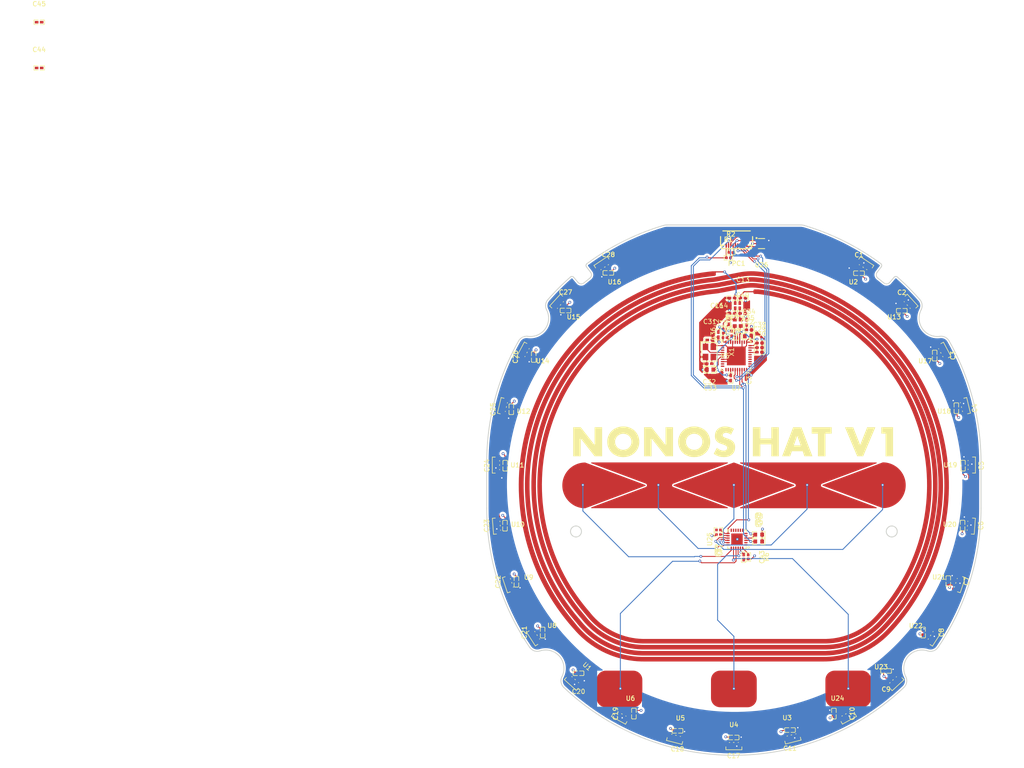
<source format=kicad_pcb>
(kicad_pcb (version 20241229) (generator "pcbnew") (generator_version "9.0")
  (layers (0 "F.Cu" signal) (4 "In1.Cu" signal) (6 "In2.Cu" signal) (2 "B.Cu" signal) (13 "F.Paste" user) (15 "B.Paste" user) (5 "F.SilkS" user "F.Silkscreen") (7 "B.SilkS" user "B.Silkscreen") (1 "F.Mask" user) (3 "B.Mask" user) (25 "Edge.Cuts" user))
  (net 0 "")
  (net 1 "leds[22]-DOUT")
  (net 2 "input")
  (net 3 "TX1")
  (net 4 "_12")
  (net 5 "P35")
  (net 6 "AUX1")
  (net 7 "SCK_P72")
  (net 8 "LOADMOD")
  (net 9 "_11")
  (net 10 "tx_1_mid")
  (net 11 "P30_UART_RX")
  (net 12 "P34_SIC_CLK")
  (net 13 "output")
  (net 14 "P32_INT0")
  (net 15 "tx_2_mid")
  (net 16 "P33_INT1")
  (net 17 "SIGIN")
  (net 18 "nfc.package.footprint.pins[12].net-net")
  (net 19 "TX2")
  (net 20 "RSTPD_N")
  (net 21 "nfc.package.footprint.pins[14].net-net")
  (net 22 "VMID")
  (net 23 "AUX2")
  (net 24 "hv-1")
  (net 25 "P31_UART_TX")
  (net 26 "nfc.package.footprint.pins[13].net-net")
  (net 27 "SIGOUT")
  (net 28 "MISO_P71")
  (net 29 "RX")
  (net 30 "line")
  (net 31 "line-1")
  (net 32 "DOUT-8")
  (net 33 "WAKE_SPI_MOSI")
  (net 34 "DOUT-16")
  (net 35 "DOUT-5")
  (net 36 "LED4")
  (net 37 "DOUT-2")
  (net 38 "nSPI_CS")
  (net 39 "DOUT")
  (net 40 "DOUT-17")
  (net 41 "DOUT-9")
  (net 42 "LED8")
  (net 43 "hv")
  (net 44 "DOUT-4")
  (net 45 "RESET")
  (net 46 "LED2")
  (net 47 "DOUT-13")
  (net 48 "LED7")
  (net 49 "DOUT-11")
  (net 50 "DOUT-1")
  (net 51 "LED5")
  (net 52 "touch-hv")
  (net 53 "DOUT-20")
  (net 54 "DOUT-14")
  (net 55 "DOUT-3")
  (net 56 "LED3")
  (net 57 "DOUT-18")
  (net 58 "DOUT-12")
  (net 59 "DOUT-10")
  (net 60 "LED6")
  (net 61 "DIN-1")
  (net 62 "LED1")
  (net 63 "DOUT-15")
  (net 64 "DOUT-7")
  (net 65 "DOUT-19")
  (net 66 "ADDR_COMM")
  (net 67 "DOUT-6")
  (net 68 "play_button")
  (net 69 "NSS_P50_SCL_HSU_RX")
  (net 70 "MOSI_SDA_HSU_TX")
  (net 71 "slider[1]")
  (net 72 "P70_IRQ")
  (net 73 "RSTOUT_N")
  (net 74 "slider[0]")
  (net 75 "slider[3]")
  (net 76 "next_button")
  (net 77 "prev_button")
  (net 78 "slider[2]")
  (net 79 "nALERT_nBC_IRQ")
  (net 80 "slider[4]")
  (net 81 "DIN")
  (net 82 "A")
  (net 83 "gnd")
  (net 84 "level_shifter.caps[0]-net")
  (net 85 "level_shifter.caps[1]-net-1")
  (net 86 "level_shifter.caps[0]-net-1")
  (net 87 "level_shifter.caps[1]-net")
  (footprint "OPSCO_Optoelectronics_SK6805SIDE_G_001:LED-SMD_4P-L3.5-W1.6_SK6805SIDE-G-001" (layer "F.Cu") (at 151.796747 147.566777)
    (property "Reference" "U4")
    (property "Value" "")
  )
  (footprint "UNI_ROYAL_0402WGF1002TCE:R0402" (layer "F.Cu") (at 148.43 101.940868 180)
    (property "Reference" "R3")
    (property "Value" "10kΩ ±1% 62.5mW")
  )
  (footprint "FH_0402B221K500NT:C0402" (layer "F.Cu") (at 151.407063 53.638421 180)
    (property "Reference" "C41" (hide yes))
    (property "Value" "220pF ±10% 50V X7R")
  )
  (footprint "Samsung_Electro_Mechanics_CL05B104KO5NNNC:C0402" (layer "F.Cu") (at 188.49 53.06)
    (property "Reference" "C2")
    (property "Value" "100nF ±10% 16V X7R")
  )
  (footprint "Samsung_Electro_Mechanics_CL05B104KO5NNNC:C0402" (layer "F.Cu") (at 193.15 123.36 -90)
    (property "Reference" "C8")
    (property "Value" "100nF ±10% 16V X7R")
  )
  (footprint "Samsung_Electro_Mechanics_CL05B104KO5NNNC:C0402" (layer "F.Cu") (at 151.76 146.3 180)
    (property "Reference" "C17")
    (property "Value" "100nF ±10% 16V X7R")
  )
  (footprint "Samsung_Electro_Mechanics_CL05B104KO5NNNC:C0402" (layer "F.Cu") (at 0 -10)
    (property "Reference" "C45")
    (property "Value" "100nF ±10% 16V X7R")
  )
  (footprint "Microchip_Tech_CAP1188_1_CP_TR:QFN-24_L4.0-W4.0-P0.50-BL-EP2.5" (layer "F.Cu") (at 152.48 102.970868 90)
    (property "Reference" "U25")
    (property "Value" "")
  )
  (footprint "Samsung_Electro_Mechanics_CL05B104KO5NNNC:C0402" (layer "F.Cu") (at 173.66 141.08 -90)
    (property "Reference" "C10")
    (property "Value" "100nF ±10% 16V X7R")
  )
  (footprint "OPSCO_Optoelectronics_SK6805SIDE_G_001:LED-SMD_4P-L3.5-W1.6_SK6805SIDE-G-001" (layer "F.Cu") (at 100.423834 86.784128 -90)
    (property "Reference" "U11")
    (property "Value" "")
  )
  (footprint "UNI_ROYAL_0402WGF1001TCE:R0402" (layer "F.Cu") (at 149.49 57.481601 -90)
    (property "Reference" "R4" (hide yes))
    (property "Value" "1kΩ ±1% 62.5mW")
  )
  (footprint "OPSCO_Optoelectronics_SK6805SIDE_G_001:LED-SMD_4P-L3.5-W1.6_SK6805SIDE-G-001" (layer "F.Cu") (at 201.713438 74.049364 103.675)
    (property "Reference" "U18")
    (property "Value" "")
  )
  (footprint "Samsung_Electro_Mechanics_CL05B104KO5NNNC:C0402" (layer "F.Cu") (at 139.48 144.85 180)
    (property "Reference" "C18")
    (property "Value" "100nF ±10% 16V X7R")
  )
  (footprint "Murata_Electronics_LQW18CNR56J00D:IND-SMD_L1.6-W0.8-1" (layer "F.Cu") (at 151.99 55.69 90)
    (property "Reference" "L2" (hide yes))
    (property "Value" "")
  )
  (footprint "Samsung_Electro_Mechanics_CL05B104KO5NNNC:C0402" (layer "F.Cu") (at 124.37 44.79)
    (property "Reference" "C28")
    (property "Value" "100nF ±10% 16V X7R")
  )
  (footprint "UNI_ROYAL_0603WAF1002T5E:R0603" (layer "F.Cu") (at 157.23 101.970868)
    (property "Reference" "R8")
    (property "Value" "10kΩ ±1% 100mW")
  )
  (footprint "Samsung_Electro_Mechanics_CL05B104KO5NNNC:C0402" (layer "F.Cu") (at 151.11 67.75 -90)
    (property "Reference" "C37" (hide yes))
    (property "Value" "100nF ±10% 16V X7R")
  )
  (footprint "OPSCO_Optoelectronics_SK6805SIDE_G_001:LED-SMD_4P-L3.5-W1.6_SK6805SIDE-G-001" (layer "F.Cu") (at 127.264364 141.318637 -28.571)
    (property "Reference" "U6")
    (property "Value" "")
  )
  (footprint "Samsung_Electro_Mechanics_CL05B104KO5NNNC:C0402" (layer "F.Cu") (at 104.29 112.27 90)
    (property "Reference" "C22")
    (property "Value" "100nF ±10% 16V X7R")
  )
  (footprint "Samsung_Electro_Mechanics_CL05B104KO5NNNC:C0402" (layer "F.Cu") (at 200.42 74.34 -90)
    (property "Reference" "C4")
    (property "Value" "100nF ±10% 16V X7R")
  )
  (footprint "Samsung_Electro_Mechanics_CL05B104KO5NNNC:C0402" (layer "F.Cu") (at 157.41 60.1)
    (property "Reference" "C39" (hide yes))
    (property "Value" "100nF ±10% 16V X7R")
  )
  (footprint "Samsung_Electro_Mechanics_CL05B104KO5NNNC:C0402" (layer "F.Cu") (at 153.088399 51.947251 90)
    (property "Reference" "C14" (hide yes))
    (property "Value" "100nF ±10% 16V X7R")
  )
  (footprint "OPSCO_Optoelectronics_SK6805SIDE_G_001:LED-SMD_4P-L3.5-W1.6_SK6805SIDE-G-001" (layer "F.Cu") (at 103.113148 112.580233 -71.427)
    (property "Reference" "U9")
    (property "Value" "")
  )
  (footprint "OPSCO_Optoelectronics_SK6805SIDE_G_001:LED-SMD_4P-L3.5-W1.6_SK6805SIDE-G-001" (layer "F.Cu") (at 197.173899 62.133818 117.959)
    (property "Reference" "U17")
    (property "Value" "")
  )
  (footprint "Samsung_Electro_Mechanics_CL05B104KO5NNNC:C0402" (layer "F.Cu") (at 0 0)
    (property "Reference" "C44")
    (property "Value" "100nF ±10% 16V X7R")
  )
  (footprint "UNI_ROYAL_0402WGF1002TCE:R0402" (layer "F.Cu") (at 148.43 100.940868 180)
    (property "Reference" "R7")
    (property "Value" "10kΩ ±1% 62.5mW")
  )
  (footprint "OPSCO_Optoelectronics_SK6805SIDE_G_001:LED-SMD_4P-L3.5-W1.6_SK6805SIDE-G-001" (layer "F.Cu") (at 100.560976 100.039943 -85.712)
    (property "Reference" "U10")
    (property "Value" "")
  )
  (footprint "OPSCO_Optoelectronics_SK6805SIDE_G_001:LED-SMD_4P-L3.5-W1.6_SK6805SIDE-G-001" (layer "F.Cu") (at 189.822312 51.677177 132.245)
    (property "Reference" "U13")
    (property "Value" "")
  )
  (footprint "OPSCO_Optoelectronics_SK6805SIDE_G_001:LED-SMD_4P-L3.5-W1.6_SK6805SIDE-G-001" (layer "F.Cu") (at 186.713999 133.847278 42.857)
    (property "Reference" "U23")
    (property "Value" "")
  )
  (footprint "Samsung_Electro_Mechanics_CL05B104KO5NNNC:C0402" (layer "F.Cu") (at 129.96 141.07 90)
    (property "Reference" "C19")
    (property "Value" "100nF ±10% 16V X7R")
  )
  (footprint "Samsung_Electro_Mechanics_CL05B104KO5NNNC:C0402" (layer "F.Cu") (at 164.06 144.67 180)
    (property "Reference" "C11")
    (property "Value" "100nF ±10% 16V X7R")
  )
  (footprint "Samsung_Electro_Mechanics_CL05B104KO5NNNC:C0402" (layer "F.Cu") (at 103.17 74.57 90)
    (property "Reference" "C25")
    (property "Value" "100nF ±10% 16V X7R")
  )
  (footprint "YAGEO_CC0402JRNPO9BN200:C0402" (layer "F.Cu") (at 146.55 59.44)
    (property "Reference" "C31" (hide yes))
    (property "Value" "20pF ±5% 50V C0G")
  )
  (footprint "OPSCO_Optoelectronics_SK6805SIDE_G_001:LED-SMD_4P-L3.5-W1.6_SK6805SIDE-G-001" (layer "F.Cu") (at 101.908225 74.055016 -103.673)
    (property "Reference" "U12")
    (property "Value" "")
  )
  (footprint "UNI_ROYAL_0402WGF1001TCE:R0402" (layer "F.Cu") (at 149.858354 58.934226 180)
    (property "Reference" "R5" (hide yes))
    (property "Value" "1kΩ ±1% 62.5mW")
  )
  (footprint "OPSCO_Optoelectronics_SK6805SIDE_G_001:LED-SMD_4P-L3.5-W1.6_SK6805SIDE-G-001" (layer "F.Cu") (at 200.482204 112.554372 71.428)
    (property "Reference" "U21")
    (property "Value" "")
  )
  (footprint "Murata_Electronics_LQW18CNR56J00D:IND-SMD_L1.6-W0.8-1" (layer "F.Cu") (at 153.31 55.68 90)
    (property "Reference" "L1" (hide yes))
    (property "Value" "")
  )
  (footprint "OPSCO_Optoelectronics_SK6805SIDE_G_001:LED-SMD_4P-L3.5-W1.6_SK6805SIDE-G-001" (layer "F.Cu") (at 113.768762 51.665966 -132.245)
    (property "Reference" "U15")
    (property "Value" "")
  )
  (footprint "UNI_ROYAL_0402WGF1002TCE:R0402" (layer "F.Cu") (at 154.94 106.850868 -90)
    (property "Reference" "R6")
    (property "Value" "10kΩ ±1% 62.5mW")
  )
  (footprint "OPSCO_Optoelectronics_SK6805SIDE_G_001:LED-SMD_4P-L3.5-W1.6_SK6805SIDE-G-001" (layer "F.Cu") (at 123.475643 43.362813 -146.529)
    (property "Reference" "U16")
    (property "Value" "")
  )
  (footprint "Samsung_Electro_Mechanics_CL05B104KO5NNNC:C0402" (layer "F.Cu") (at 185.06 131.76 180)
    (property "Reference" "C9")
    (property "Value" "100nF ±10% 16V X7R")
  )
  (footprint "Samsung_Electro_Mechanics_CL05B104KO5NNNC:C0402" (layer "F.Cu") (at 152.087738 51.939889 90)
    (property "Reference" "C16" (hide yes))
    (property "Value" "100nF ±10% 16V X7R")
  )
  (footprint "Samsung_Electro_Mechanics_CL05B104KO5NNNC:C0402" (layer "F.Cu") (at 101.79 100.01 90)
    (property "Reference" "C23")
    (property "Value" "100nF ±10% 16V X7R")
  )
  (footprint "Samsung_Electro_Mechanics_CL05B104KO5NNNC:C0402" (layer "F.Cu") (at 101.83 86.9 90)
    (property "Reference" "C24")
    (property "Value" "100nF ±10% 16V X7R")
  )
  (footprint "OPSCO_Optoelectronics_SK6805SIDE_G_001:LED-SMD_4P-L3.5-W1.6_SK6805SIDE-G-001" (layer "F.Cu") (at 203.037021 100.038227 85.714)
    (property "Reference" "U20")
    (property "Value" "")
  )
  (footprint "UNI_ROYAL_0603WAF1002T5E:R0603" (layer "F.Cu") (at 157.23 103.470868)
    (property "Reference" "R9")
    (property "Value" "10kΩ ±1% 100mW")
  )
  (footprint "Samsung_Electro_Mechanics_CL05B104KO5NNNC:C0402" (layer "F.Cu") (at 198.65 112.13 -90)
    (property "Reference" "C7")
    (property "Value" "100nF ±10% 16V X7R")
  )
  (footprint "Samsung_Electro_Mechanics_CL05B104KO5NNNC:C0402" (layer "F.Cu") (at 154.59 55.6 90)
    (property "Reference" "C38" (hide yes))
    (property "Value" "100nF ±10% 16V X7R")
  )
  (footprint "Samsung_Electro_Mechanics_CL05B104KO5NNNC:C0402" (layer "F.Cu") (at 157.41 61.1)
    (property "Reference" "C29" (hide yes))
    (property "Value" "100nF ±10% 16V X7R")
  )
  (footprint "UNI_ROYAL_0402WGF1002TCE:R0402" (layer "F.Cu") (at 150.61 41.49)
    (property "Reference" "R1")
    (property "Value" "10kΩ ±1% 62.5mW")
  )
  (footprint "Samsung_Electro_Mechanics_CL05B104KO5NNNC:C0402" (layer "F.Cu") (at 117.858017 132.260901 180)
    (property "Reference" "C20" (hide yes))
    (property "Value" "100nF ±10% 16V X7R")
  )
  (footprint "Samsung_Electro_Mechanics_CL10A106MQ8NNNC:C0603" (layer "F.Cu") (at 146.61 65.92 180)
    (property "Reference" "C33" (hide yes))
    (property "Value" "10µF ±20% 6.3V X5R")
  )
  (footprint "OPSCO_Optoelectronics_SK6805SIDE_G_001:LED-SMD_4P-L3.5-W1.6_SK6805SIDE-G-001" (layer "F.Cu") (at 194.95352 124.086017 57.143)
    (property "Reference" "U22")
    (property "Value" "")
  )
  (footprint "Samsung_Electro_Mechanics_CL05B104KO5NNNC:C0402" (layer "F.Cu") (at 157.39 62.11)
    (property "Reference" "C30" (hide yes))
    (property "Value" "100nF ±10% 16V X7R")
  )
  (footprint "hat-button-antenna:hat-button-antenna" (layer "F.Cu") (at 151.8 91.19)
    (property "Reference" "ANT1" (hide yes))
    (property "Value" "" (hide yes))
  )
  (footprint "OPSCO_Optoelectronics_SK6805SIDE_G_001:LED-SMD_4P-L3.5-W1.6_SK6805SIDE-G-001" (layer "F.Cu") (at 203.171714 86.763475 90)
    (property "Reference" "U19")
    (property "Value" "")
  )
  (footprint "UNI_ROYAL_0402WGF1002TCE:R0402" (layer "F.Cu") (at 151.14 40.32)
    (property "Reference" "R2")
    (property "Value" "10kΩ ±1% 62.5mW")
  )
  (footprint "Diodes_Incorporated_74LVC1T45DW_7:SC-70-6_L2.2-W1.3-P0.65-LS2.1-BR" (layer "F.Cu") (at 157.84 38.38 180)
    (property "Reference" "U26")
    (property "Value" "")
  )
  (footprint "Samsung_Electro_Mechanics_CL05B104KO5NNNC:C0402" (layer "F.Cu") (at 179.14 44.85)
    (property "Reference" "C1")
    (property "Value" "100nF ±10% 16V X7R")
  )
  (footprint "OPSCO_Optoelectronics_SK6805SIDE_G_001:LED-SMD_4P-L3.5-W1.6_SK6805SIDE-G-001" (layer "F.Cu") (at 164.438068 145.924344 14.285)
    (property "Reference" "U3")
    (property "Value" "")
  )
  (footprint "YAGEO_CC0402JRNPO9BN200:C0402" (layer "F.Cu") (at 146.42 64.61 180)
    (property "Reference" "C32" (hide yes))
    (property "Value" "20pF ±5% 50V C0G")
  )
  (footprint "Samsung_Electro_Mechanics_CL05B104KO5NNNC:C0402" (layer "F.Cu") (at 150.71 55.46 -90)
    (property "Reference" "C12" (hide yes))
    (property "Value" "100nF ±10% 16V X7R")
  )
  (footprint "FH_0402CG101J500NT:C0402" (layer "F.Cu") (at 151.402757 50.265507 180)
    (property "Reference" "C15" (hide yes))
    (property "Value" "100pF ±5% 50V C0G")
  )
  (footprint "OPSCO_Optoelectronics_SK6805SIDE_G_001:LED-SMD_4P-L3.5-W1.6_SK6805SIDE-G-001" (layer "F.Cu") (at 117.01 133.79 -42.144)
    (property "Reference" "U1" (hide yes))
    (property "Value" "")
  )
  (footprint "OPSCO_Optoelectronics_SK6805SIDE_G_001:LED-SMD_4P-L3.5-W1.6_SK6805SIDE-G-001" (layer "F.Cu") (at 106.439765 62.103039 -117.959)
    (property "Reference" "U14")
    (property "Value" "")
  )
  (footprint "NXP_Semicon_PN5321A3HN_C106_51:QFN-40_L6.0-W6.0-P0.50-BL-EP4.1" (layer "F.Cu") (at 152.33 62.92 180)
    (property "Reference" "U7" (hide yes))
    (property "Value" "")
  )
  (footprint "FH_0402B221K500NT:C0402" (layer "F.Cu") (at 153.712734 53.634794)
    (property "Reference" "C40" (hide yes))
    (property "Value" "220pF ±10% 50V X7R")
  )
  (footprint "OPSCO_Optoelectronics_SK6805SIDE_G_001:LED-SMD_4P-L3.5-W1.6_SK6805SIDE-G-001" (layer "F.Cu") (at 180.139512 43.377544 146.531)
    (property "Reference" "U2")
    (property "Value" "")
  )
  (footprint "FH_0402CG101J500NT:C0402" (layer "F.Cu") (at 153.778089 50.253774)
    (property "Reference" "C13" (hide yes))
    (property "Value" "100pF ±5% 50V C0G")
  )
  (footprint "Samsung_Electro_Mechanics_CL05B104KO5NNNC:C0402" (layer "F.Cu") (at 110.01 123.36 90)
    (property "Reference" "C21")
    (property "Value" "100nF ±10% 16V X7R")
  )
  (footprint "Samsung_Electro_Mechanics_CL05B104KO5NNNC:C0402" (layer "F.Cu") (at 148.41 58.27 -90)
    (property "Reference" "C42" (hide yes))
    (property "Value" "100nF ±10% 16V X7R")
  )
  (footprint "Samsung_Electro_Mechanics_CL10A106MQ8NNNC:C0603" (layer "F.Cu") (at 154.89 58.63)
    (property "Reference" "C35" (hide yes))
    (property "Value" "10µF ±20% 6.3V X5R")
  )
  (footprint "TE_Connectivity_1_2328702_0:FPC-SMD_10P-P0.50_HDGC_0.5K-HX-10PWB" (layer "F.Cu") (at 152.39 37.48 180)
    (property "Reference" "FPC1")
    (property "Value" "")
  )
  (footprint "Samsung_Electro_Mechanics_CL05B104KO5NNNC:C0402" (layer "F.Cu") (at 153.94 106.870868 -90)
    (property "Reference" "C43")
    (property "Value" "100nF ±10% 16V X7R")
  )
  (footprint "Samsung_Electro_Mechanics_CL05B104KO5NNNC:C0402" (layer "F.Cu") (at 108.07 63.14 90)
    (property "Reference" "C26")
    (property "Value" "100nF ±10% 16V X7R")
  )
  (footprint "OPSCO_Optoelectronics_SK6805SIDE_G_001:LED-SMD_4P-L3.5-W1.6_SK6805SIDE-G-001" (layer "F.Cu") (at 176.380592 141.295343 28.571)
    (property "Reference" "U24")
    (property "Value" "")
  )
  (footprint "Samsung_Electro_Mechanics_CL05B104KO5NNNC:C0402" (layer "F.Cu") (at 155.09 57.24)
    (property "Reference" "C34" (hide yes))
    (property "Value" "100nF ±10% 16V X7R")
  )
  (footprint "OPSCO_Optoelectronics_SK6805SIDE_G_001:LED-SMD_4P-L3.5-W1.6_SK6805SIDE-G-001" (layer "F.Cu") (at 139.116422 146.00341 -14.286)
    (property "Reference" "U5")
    (property "Value" "")
  )
  (footprint "OPSCO_Optoelectronics_SK6805SIDE_G_001:LED-SMD_4P-L3.5-W1.6_SK6805SIDE-G-001" (layer "F.Cu") (at 108.662515 124.051755 -57.141)
    (property "Reference" "U8")
    (property "Value" "")
  )
  (footprint "Samsung_Electro_Mechanics_CL05B104KO5NNNC:C0402" (layer "F.Cu") (at 201.86 86.9 -90)
    (property "Reference" "C5")
    (property "Value" "100nF ±10% 16V X7R")
  )
  (footprint "Samsung_Electro_Mechanics_CL05B104KO5NNNC:C0402" (layer "F.Cu") (at 115.02 53)
    (property "Reference" "C27")
    (property "Value" "100nF ±10% 16V X7R")
  )
  (footprint "Samsung_Electro_Mechanics_CL05B104KO5NNNC:C0402" (layer "F.Cu") (at 195.68 62.84 -90)
    (property "Reference" "C3")
    (property "Value" "100nF ±10% 16V X7R")
  )
  (footprint "Yangxing_Tech_X32252712MSB4SI:CRYSTAL-SMD_4P-L3.2-W2.5-BL" (layer "F.Cu") (at 146.46 62.05 -90)
    (property "Reference" "X1" (hide yes))
    (property "Value" "")
  )
  (footprint "Samsung_Electro_Mechanics_CL05B104KO5NNNC:C0402" (layer "F.Cu") (at 201.77 100 -90)
    (property "Reference" "C6")
    (property "Value" "100nF ±10% 16V X7R")
  )
  (footprint "Samsung_Electro_Mechanics_CL05B104KO5NNNC:C0402" (layer "F.Cu") (at 151.31 58.07 90)
    (property "Reference" "C36" (hide yes))
    (property "Value" "100nF ±10% 16V X7R")
  )
  (gr_poly (pts (xy 157.590362 80.957745) (xy 159.981988 80.957745) (xy 159.981988 78.495778) (xy 161.6233 78.495778) (xy 161.6233 84.85) (xy 159.981988 84.85) (xy 159.981988 82.247348) (xy 157.590362 82.247348) (xy 157.590362 84.85) (xy 155.94905 84.85) (xy 155.94905 78.495778) (xy 157.590362 78.495778)) (fill yes) (layer "F.SilkS"))
  (gr_poly (pts (xy 143.629027 78.361174) (xy 144.097571 78.447545) (xy 144.535338 78.588834) (xy 144.951095 78.784684) (xy 145.320504 79.021768) (xy 145.647986 79.30068) (xy 145.935303 79.620552) (xy 146.17682 79.974702) (xy 146.37412 80.366434) (xy 146.517809 80.780546) (xy 146.604977 81.218432) (xy 146.634605 81.684612) (xy 146.604977 82.150793) (xy 146.517809 82.588678) (xy 146.37412 83.002791) (xy 146.176853 83.394304) (xy 145.935341 83.748462) (xy 145.647986 84.068545) (xy 145.320516 84.347487) (xy 144.951106 84.584695) (xy 144.535338 84.780757) (xy 144.097587 84.92184) (xy 143.629041 85.008091) (xy 143.124836 85.037578) (xy 142.61476 85.00792) (xy 142.144906 84.921509) (xy 141.709937 84.780757) (xy 141.29718 84.584743) (xy 140.930571 84.347553) (xy 140.605715 84.068545) (xy 140.321013 83.748736) (xy 140.080915 83.394581) (xy 139.883977 83.002791) (xy 139.740495 82.588695) (xy 139.653446 82.150807) (xy 139.623859 81.684612) (xy 141.335512 81.684612) (xy 141.372108 82.053793) (xy 141.479127 82.386566) (xy 141.648688 82.687616) (xy 141.867107 82.944539) (xy 142.1309 83.154188) (xy 142.436803 83.312369) (xy 142.770116 83.410186) (xy 143.125202 83.443161) (xy 143.480236 83.410178) (xy 143.813234 83.312369) (xy 144.119856 83.154378) (xy 144.38696 82.944539) (xy 144.6091 82.687263) (xy 144.779337 82.386566) (xy 144.886355 82.053793) (xy 144.922951 81.684612) (xy 144.886347 81.315483) (xy 144.779337 80.983025) (xy 144.60906 80.682087) (xy 144.38696 80.425052) (xy 144.119817 80.215005) (xy 143.813234 80.057222) (xy 143.48022 79.959135) (xy 143.125202 79.926064) (xy 142.770132 79.959128) (xy 142.436803 80.057222) (xy 142.130939 80.215195) (xy 141.867107 80.425052) (xy 141.648728 80.681733) (xy 141.479127 80.983025) (xy 141.372117 81.315483) (xy 141.335512 81.684612) (xy 139.623859 81.684612) (xy 139.653446 81.218418) (xy 139.740495 80.78053) (xy 139.883977 80.366434) (xy 140.080948 79.974423) (xy 140.32105 79.620278) (xy 140.605715 79.30068) (xy 140.930583 79.021703) (xy 141.297191 78.784636) (xy 141.709937 78.588834) (xy 142.144923 78.447877) (xy 142.614775 78.361345) (xy 143.124836 78.331646)) (fill yes) (layer "F.SilkS"))
  (gr_poly (pts (xy 150.322805 78.363582) (xy 150.83314 78.463171) (xy 151.335995 78.625227) (xy 151.819026 78.849319) (xy 151.157739 80.144417) (xy 150.880069 79.950411) (xy 150.614787 79.820551) (xy 150.34351 79.740543) (xy 150.08942 79.715038) (xy 149.788698 79.755237) (xy 149.563688 79.866346) (xy 149.449375 79.979342) (xy 149.383017 80.109068) (xy 149.360355 80.261653) (xy 149.386507 80.417277) (xy 149.461838 80.539357) (xy 149.57605 80.638729) (xy 149.728918 80.728401) (xy 150.10151 80.867254) (xy 150.512571 80.993283) (xy 151.03676 81.207887) (xy 151.424761 81.448657) (xy 151.702889 81.71209) (xy 151.863384 81.945607) (xy 151.980768 82.214334) (xy 152.054349 82.524705) (xy 152.080244 82.884822) (xy 152.037786 83.356464) (xy 151.915746 83.767759) (xy 151.788951 84.019546) (xy 151.629488 84.244366) (xy 151.435809 84.444801) (xy 151.090723 84.691053) (xy 150.660949 84.881873) (xy 150.183239 84.996843) (xy 149.620474 85.037578) (xy 149.030332 84.992732) (xy 148.465814 84.859346) (xy 147.920272 84.63603) (xy 147.388217 84.317306) (xy 148.09127 82.985205) (xy 148.471056 83.277059) (xy 148.825464 83.471371) (xy 149.191354 83.591984) (xy 149.543171 83.630739) (xy 149.80755 83.606913) (xy 150.003343 83.543034) (xy 150.146939 83.445725) (xy 150.259739 83.312623) (xy 150.323908 83.173935) (xy 150.345143 83.025139) (xy 150.331848 82.888527) (xy 150.294584 82.77711) (xy 150.229659 82.679051) (xy 150.126057 82.58367) (xy 149.996769 82.501824) (xy 149.818677 82.419539) (xy 149.359256 82.251378) (xy 148.731308 82.028628) (xy 148.438959 81.885638) (xy 148.183593 81.704762) (xy 147.968633 81.47895) (xy 147.79598 81.195882) (xy 147.688695 80.864188) (xy 147.648702 80.417725) (xy 147.688907 79.961792) (xy 147.804406 79.564096) (xy 147.993354 79.206584) (xy 148.242578 78.907937) (xy 148.551917 78.667546) (xy 148.933175 78.482955) (xy 149.357794 78.370881) (xy 149.84762 78.331646)) (fill yes) (layer "F.SilkS"))
  (gr_poly (pts (xy 128.136214 78.361174) (xy 128.604759 78.447545) (xy 129.042526 78.588834) (xy 129.458283 78.784684) (xy 129.827692 79.021768) (xy 130.155174 79.30068) (xy 130.442491 79.620552) (xy 130.684008 79.974702) (xy 130.881308 80.366434) (xy 131.024997 80.780546) (xy 131.112165 81.218432) (xy 131.141793 81.684612) (xy 131.112165 82.150793) (xy 131.024997 82.588678) (xy 130.881308 83.002791) (xy 130.684041 83.394304) (xy 130.442529 83.748462) (xy 130.155174 84.068545) (xy 129.827704 84.347487) (xy 129.458294 84.584695) (xy 129.042526 84.780757) (xy 128.604775 84.92184) (xy 128.136228 85.008091) (xy 127.632023 85.037578) (xy 127.121948 85.00792) (xy 126.652094 84.921509) (xy 126.217124 84.780757) (xy 125.804368 84.584743) (xy 125.437758 84.347553) (xy 125.112903 84.068545) (xy 124.828201 83.748736) (xy 124.588102 83.394581) (xy 124.391165 83.002791) (xy 124.247683 82.588695) (xy 124.160634 82.150807) (xy 124.131046 81.684612) (xy 125.8427 81.684612) (xy 125.879296 82.053793) (xy 125.986315 82.386566) (xy 126.155876 82.687616) (xy 126.374295 82.944539) (xy 126.638087 83.154188) (xy 126.943991 83.312369) (xy 127.277304 83.410186) (xy 127.63239 83.443161) (xy 127.987424 83.410178) (xy 128.320422 83.312369) (xy 128.627044 83.154378) (xy 128.894148 82.944539) (xy 129.116288 82.687263) (xy 129.286524 82.386566) (xy 129.393543 82.053793) (xy 129.430139 81.684612) (xy 129.393534 81.315483) (xy 129.286524 80.983025) (xy 129.116248 80.682087) (xy 128.894148 80.425052) (xy 128.627005 80.215005) (xy 128.320422 80.057222) (xy 127.987407 79.959135) (xy 127.63239 79.926064) (xy 127.27732 79.959128) (xy 126.943991 80.057222) (xy 126.638126 80.215195) (xy 126.374295 80.425052) (xy 126.155916 80.681733) (xy 125.986315 80.983025) (xy 125.879305 81.315483) (xy 125.8427 81.684612) (xy 124.131046 81.684612) (xy 124.160634 81.218418) (xy 124.247683 80.78053) (xy 124.391165 80.366434) (xy 124.588135 79.974423) (xy 124.828238 79.620278) (xy 125.112903 79.30068) (xy 125.437771 79.021703) (xy 125.804379 78.784636) (xy 126.217124 78.588834) (xy 126.652111 78.447877) (xy 127.121962 78.361345) (xy 127.632023 78.331646)) (fill yes) (layer "F.SilkS"))
  (gr_poly (pts (xy 179.39673 82.368614) (xy 180.933628 78.507501) (xy 182.722951 78.507501) (xy 180.051789 84.85) (xy 178.741304 84.85) (xy 176.078569 78.507501) (xy 177.867892 78.507501)) (fill yes) (layer "F.SilkS"))
  (gr_poly (pts (xy 168.963775 84.85) (xy 167.208157 84.85) (xy 166.830069 83.747976) (xy 164.478011 83.747976) (xy 164.099923 84.85) (xy 162.344305 84.85) (xy 163.244547 82.481821) (xy 164.914717 82.481821) (xy 166.393363 82.481821) (xy 165.65404 80.377424) (xy 164.914717 82.481821) (xy 163.244547 82.481821) (xy 164.755348 78.507501) (xy 166.552732 78.507501)) (fill yes) (layer "F.SilkS"))
  (gr_poly (pts (xy 136.868799 82.380704) (xy 136.868799 78.495778) (xy 138.510111 78.495778) (xy 138.510111 84.85) (xy 136.868799 84.85) (xy 133.820648 80.965073) (xy 133.820648 84.85) (xy 132.179337 84.85) (xy 132.179337 78.495778) (xy 133.820648 78.495778)) (fill yes) (layer "F.SilkS"))
  (gr_poly (pts (xy 171.811158 84.85) (xy 170.169846 84.85) (xy 170.169846 79.902616) (xy 168.809902 79.902616) (xy 168.809902 78.495778) (xy 173.171102 78.495778) (xy 173.171102 79.902616) (xy 171.811158 79.902616)) (fill yes) (layer "F.SilkS"))
  (gr_poly (pts (xy 186.588827 78.495778) (xy 186.588827 84.85) (xy 184.947515 84.85) (xy 184.947515 79.902616) (xy 184.021346 79.902616) (xy 184.021346 78.495778)) (fill yes) (layer "F.SilkS"))
  (gr_poly (pts (xy 121.375987 82.380704) (xy 121.375987 78.495778) (xy 123.017299 78.495778) (xy 123.017299 84.85) (xy 121.375987 84.85) (xy 118.327836 80.965073) (xy 118.327836 84.85) (xy 116.686524 84.85) (xy 116.686524 78.495778) (xy 118.327836 78.495778)) (fill yes) (layer "F.SilkS"))
  (gr_arc (start 189.360787 133.001922) (mid 189.875713 128.587407) (end 194.151204 127.373625) (stroke (width 0.2)) (layer "Edge.Cuts"))
  (gr_arc (start 183.908528 42.762925) (mid 184.106288 43.095074) (end 184.008089 43.46895) (stroke (width 0.2)) (layer "Edge.Cuts"))
  (gr_line (start 184.008089 43.46895) (end 184.008148 43.468995) (stroke (width 0.2)) (layer "Edge.Cuts"))
  (gr_arc (start 97.8 86.18) (mid 99.57182 72.460773) (end 104.771007 59.641842) (stroke (width 0.2)) (layer "Edge.Cuts"))
  (gr_line (start 186.808195 45.732098) (end 185.838387 46.869679) (stroke (width 0.2)) (layer "Edge.Cuts"))
  (gr_arc (start 189.360787 133.001922) (mid 189.551627 134.250302) (end 188.956461 135.364147) (stroke (width 0.2)) (layer "Edge.Cuts"))
  (gr_arc (start 110.884071 52.853783) (mid 110.678423 51.696653) (end 111.15821 50.623778) (stroke (width 0.2)) (layer "Edge.Cuts"))
  (gr_line (start 205.8 96.180001) (end 205.8 86.18) (stroke (width 0.2)) (layer "Edge.Cuts"))
  (gr_arc (start 119.000532 46.9951) (mid 118.352441 47.180904) (end 117.757139 46.864432) (stroke (width 0.2)) (layer "Edge.Cuts"))
  (gr_line (start 117.757139 46.864432) (end 116.791861 45.732164) (stroke (width 0.2)) (layer "Edge.Cuts"))
  (gr_arc (start 136.37425 34.430157) (mid 136.798241 34.336573) (end 137.2313 34.305158) (stroke (width 0.2)) (layer "Edge.Cuts"))
  (gr_arc (start 196.418456 126.596992) (mid 195.414038 127.362511) (end 194.151204 127.373625) (stroke (width 0.2)) (layer "Edge.Cuts"))
  (gr_arc (start 109.448796 127.373625) (mid 108.185962 127.362511) (end 107.181544 126.596992) (stroke (width 0.2)) (layer "Edge.Cuts"))
  (gr_arc (start 114.643539 135.364147) (mid 114.048373 134.250302) (end 114.239213 133.001922) (stroke (width 0.2)) (layer "Edge.Cuts"))
  (gr_circle (center 186.3 101.28) (end 186.3 100.08) (stroke (width 0.2)) (fill no) (layer "Edge.Cuts"))
  (gr_arc (start 186.808195 45.732098) (mid 187.153183 45.557777) (end 187.519387 45.681539) (stroke (width 0.2)) (layer "Edge.Cuts"))
  (gr_arc (start 111.15821 50.623778) (mid 113.539527 48.073094) (end 116.080613 45.681539) (stroke (width 0.2)) (layer "Edge.Cuts"))
  (gr_arc (start 187.519387 45.681539) (mid 190.060473 48.073095) (end 192.44179 50.623778) (stroke (width 0.2)) (layer "Edge.Cuts"))
  (gr_arc (start 188.956461 135.364147) (mid 151.8 150.18) (end 114.643539 135.364147) (stroke (width 0.2)) (layer "Edge.Cuts"))
  (gr_line (start 119.591778 43.468899) (end 120.50071 44.655663) (stroke (width 0.2)) (layer "Edge.Cuts"))
  (gr_arc (start 196.816356 58.643158) (mid 193.010501 56.99193) (end 192.715929 52.853783) (stroke (width 0.2)) (layer "Edge.Cuts"))
  (gr_arc (start 205.8 96.180001) (mid 203.40134 112.095455) (end 196.418456 126.596992) (stroke (width 0.2)) (layer "Edge.Cuts"))
  (gr_arc (start 119.691472 42.762925) (mid 127.67044 37.87095) (end 136.37425 34.430157) (stroke (width 0.2)) (layer "Edge.Cuts"))
  (gr_arc (start 119.591778 43.468899) (mid 119.493647 43.095008) (end 119.691472 42.762925) (stroke (width 0.2)) (layer "Edge.Cuts"))
  (gr_arc (start 110.884071 52.853783) (mid 110.589488 56.991926) (end 106.783644 58.643158) (stroke (width 0.2)) (layer "Edge.Cuts"))
  (gr_circle (center 117.3 101.28) (end 117.3 100.08) (stroke (width 0.2)) (fill no) (layer "Edge.Cuts"))
  (gr_line (start 137.2313 34.305158) (end 137.2313 34.305148) (stroke (width 0.2)) (layer "Edge.Cuts"))
  (gr_arc (start 104.771007 59.641842) (mid 105.623832 58.833167) (end 106.783644 58.643158) (stroke (width 0.2)) (layer "Edge.Cuts"))
  (gr_line (start 97.8 86.18) (end 97.8 96.179998) (stroke (width 0.2)) (layer "Edge.Cuts"))
  (gr_arc (start 107.181544 126.596992) (mid 100.19866 112.095453) (end 97.8 96.179998) (stroke (width 0.2)) (layer "Edge.Cuts"))
  (gr_arc (start 185.838387 46.869679) (mid 185.231 47.182449) (end 184.578963 46.978525) (stroke (width 0.2)) (layer "Edge.Cuts"))
  (gr_line (start 184.578963 46.978525) (end 183.236456 45.893393) (stroke (width 0.2)) (layer "Edge.Cuts"))
  (gr_line (start 183.099254 44.65571) (end 184.008148 43.468995) (stroke (width 0.2)) (layer "Edge.Cuts"))
  (gr_arc (start 183.236456 45.893393) (mid 182.919257 45.302121) (end 183.099254 44.65571) (stroke (width 0.2)) (layer "Edge.Cuts"))
  (gr_arc (start 120.50071 44.655663) (mid 120.679136 45.31541) (end 120.34264 45.910289) (stroke (width 0.2)) (layer "Edge.Cuts"))
  (gr_arc (start 109.448796 127.373625) (mid 113.724287 128.587407) (end 114.239213 133.001922) (stroke (width 0.2)) (layer "Edge.Cuts"))
  (gr_arc (start 116.080613 45.681539) (mid 116.44683 45.557814) (end 116.791814 45.732204) (stroke (width 0.2)) (layer "Edge.Cuts"))
  (gr_arc (start 196.816356 58.643158) (mid 197.976169 58.833165) (end 198.828993 59.641842) (stroke (width 0.2)) (layer "Edge.Cuts"))
  (gr_arc (start 166.3688 34.305148) (mid 166.801809 34.336568) (end 167.22575 34.430157) (stroke (width 0.2)) (layer "Edge.Cuts"))
  (gr_arc (start 167.22575 34.430157) (mid 175.92956 37.87095) (end 183.908528 42.762925) (stroke (width 0.2)) (layer "Edge.Cuts"))
  (gr_line (start 166.3688 34.305148) (end 137.2313 34.305148) (stroke (width 0.2)) (layer "Edge.Cuts"))
  (gr_line (start 120.34264 45.910289) (end 119.000532 46.9951) (stroke (width 0.2)) (layer "Edge.Cuts"))
  (gr_line (start 116.791814 45.732204) (end 116.791861 45.732164) (stroke (width 0.2)) (layer "Edge.Cuts"))
  (gr_arc (start 192.44179 50.623778) (mid 192.9216 51.69665) (end 192.715929 52.853783) (stroke (width 0.2)) (layer "Edge.Cuts"))
  (gr_arc (start 198.828993 59.641842) (mid 204.028179 72.460773) (end 205.8 86.18) (stroke (width 0.2)) (layer "Edge.Cuts"))
  (segment (start 145.61 61.152) (end 146.607 62.149) (width 0.2) (layer "F.Cu") (net 2))
  (segment (start 145.61 60.95) (end 145.61 59.83) (width 0.2) (layer "F.Cu") (net 2))
  (segment (start 145.61 59.83) (end 146 59.44) (width 0.2) (layer "F.Cu") (net 2))
  (segment (start 149.309 62.149) (end 149.33 62.17) (width 0.2) (layer "F.Cu") (net 2))
  (segment (start 145.61 60.95) (end 145.61 61.152) (width 0.2) (layer "F.Cu") (net 2))
  (segment (start 146.607 62.149) (end 149.309 62.149) (width 0.2) (layer "F.Cu") (net 2))
  (segment (start 153.08 59.88) (end 153.08 58.183918) (width 0.25) (layer "F.Cu") (net 3))
  (segment (start 153.08 58.183918) (end 153.205 58.058918) (width 0.25) (layer "F.Cu") (net 3))
  (segment (start 153.205 58.058918) (end 153.205 56.304573) (width 0.25) (layer "F.Cu") (net 3))
  (segment (start 153.088399 52.497251) (end 153.088399 54.787972) (width 0.25) (layer "F.Cu") (net 10))
  (segment (start 153.088399 54.787972) (end 153.18264 54.882213) (width 0.25) (layer "F.Cu") (net 10))
  (segment (start 147.79 62.67) (end 149.33 62.67) (width 0.2) (layer "F.Cu") (net 13))
  (segment (start 147.31 63.15) (end 147.79 62.67) (width 0.2) (layer "F.Cu") (net 13))
  (segment (start 146.97 63.49) (end 147.31 63.15) (width 0.2) (layer "F.Cu") (net 13))
  (segment (start 146.97 64.61) (end 146.97 63.49) (width 0.2) (layer "F.Cu") (net 13))
  (segment (start 152.087738 52.489889) (end 152.087738 54.692765) (width 0.25) (layer "F.Cu") (net 15))
  (segment (start 151.896828 54.883675) (end 150.383675 54.883675) (width 0.25) (layer "F.Cu") (net 15))
  (segment (start 149.49 55.77) (end 150.53 54.73) (width 0.2) (layer "F.Cu") (net 15))
  (segment (start 152.087738 54.692765) (end 151.896828 54.883675) (width 0.25) (layer "F.Cu") (net 15))
  (segment (start 149.49 57.051601) (end 149.49 55.77) (width 0.2) (layer "F.Cu") (net 15))
  (segment (start 152.08 56.418531) (end 151.920986 56.259517) (width 0.25) (layer "F.Cu") (net 19))
  (segment (start 151.955 58.045169) (end 151.955 56.293531) (width 0.25) (layer "F.Cu") (net 19))
  (segment (start 152.073468 58.681405) (end 152.073468 58.163637) (width 0.25) (layer "F.Cu") (net 19))
  (segment (start 152.073468 58.163637) (end 151.955 58.045169) (width 0.25) (layer "F.Cu") (net 19))
  (segment (start 151.955 56.293531) (end 151.920986 56.259517) (width 0.25) (layer "F.Cu") (net 19))
  (segment (start 152.08 59.88) (end 152.08 58.687937) (width 0.25) (layer "F.Cu") (net 19))
  (segment (start 152.08 58.687937) (end 152.073468 58.681405) (width 0.25) (layer "F.Cu") (net 19))
  (segment (start 148.41 57.72) (end 148.41 57.4) (width 0.2) (layer "F.Cu") (net 22))
  (segment (start 150.498743 58.306742) (end 150.56 58.367999) (width 0.25) (layer "F.Cu") (net 22))
  (segment (start 150.56 58.66258) (end 150.288354 58.934226) (width 0.25) (layer "F.Cu") (net 22))
  (segment (start 148.68 57.13) (end 148.68 56.58) (width 0.2) (layer "F.Cu") (net 22))
  (segment (start 150.56 58.367999) (end 150.56 58.66258) (width 0.25) (layer "F.Cu") (net 22))
  (segment (start 150.58 59.225872) (end 150.288354 58.934226) (width 0.25) (layer "F.Cu") (net 22))
  (segment (start 150.58 59.88) (end 150.58 59.225872) (width 0.25) (layer "F.Cu") (net 22))
  (segment (start 148.41 57.4) (end 148.68 57.13) (width 0.2) (layer "F.Cu") (net 22))
  (via (at 150.498743 58.306742) (size 0.6) (drill 0.3) (layers "F.Cu" "B.Cu") (net 22))
  (via (at 148.68 56.58) (size 0.6) (drill 0.3) (layers "F.Cu" "B.Cu") (net 22))
  (segment (start 149.189792 56.997791) (end 149.097791 56.997791) (width 0.25) (layer "B.Cu") (net 22))
  (segment (start 150.498743 58.306742) (end 149.189792 56.997791) (width 0.25) (layer "B.Cu") (net 22))
  (segment (start 149.097791 56.997791) (end 148.68 56.58) (width 0.25) (layer "B.Cu") (net 22))
  (segment (start 153.23 105.610868) (end 153.94 106.320868) (width 0.2) (layer "F.Cu") (net 24))
  (segment (start 151.04 41.49) (end 151.04 42.53) (width 0.2) (layer "F.Cu") (net 24))
  (segment (start 151.57 40.96) (end 151.57 40.32) (width 0.2) (layer "F.Cu") (net 24))
  (segment (start 147.31 65.92) (end 148.38 64.85) (width 0.2) (layer "F.Cu") (net 24))
  (segment (start 150.35 67.2) (end 150.23 67.08) (width 0.2) (layer "F.Cu") (net 24))
  (segment (start 157.98 100.84) (end 158.06 100.76) (width 0.2) (layer "F.Cu") (net 24))
  (segment (start 151.04 42.53) (end 151.05 42.54) (width 0.2) (layer "F.Cu") (net 24))
  (segment (start 152.58 57.68) (end 152.58 59.88) (width 0.25) (layer "F.Cu") (net 24))
  (segment (start 154.570228 57.286372) (end 154.278248 57.286372) (width 0.25) (layer "F.Cu") (net 24))
  (segment (start 158.79 38.38) (end 158.002 38.38) (width 0.2) (layer "F.Cu") (net 24))
  (segment (start 157.352 37.73) (end 156.89 37.73) (width 0.2) (layer "F.Cu") (net 24))
  (segment (start 148.14 65.92) (end 148.16 65.94) (width 0.2) (layer "F.Cu") (net 24))
  (segment (start 147.31 65.92) (end 148.14 65.92) (width 0.2) (layer "F.Cu") (net 24))
  (segment (start 148.38 63.7) (end 148.91 63.17) (width 0.2) (layer "F.Cu") (net 24))
  (segment (start 158.002 38.38) (end 157.352 37.73) (width 0.2) (layer "F.Cu") (net 24))
  (segment (start 156.84 60.12) (end 156.86 60.1) (width 0.2) (layer "F.Cu") (net 24))
  (segment (start 151.11 67.2) (end 151.11 65.95) (width 0.2) (layer "F.Cu") (net 24))
  (segment (start 156.78 62.17) (end 156.84 62.11) (width 0.2) (layer "F.Cu") (net 24))
  (segment (start 151.199771 59.145193) (end 151.08 59.264964) (width 0.25) (layer "F.Cu") (net 24))
  (segment (start 154.232223 57.936843) (end 153.93 57.63462) (width 0.25) (layer "F.Cu") (net 24))
  (segment (start 157.98 101.970868) (end 157.98 100.84) (width 0.2) (layer "F.Cu") (net 24))
  (segment (start 156.86 59.28) (end 156.85 59.27) (width 0.2) (layer "F.Cu") (net 24))
  (segment (start 148.91 63.17) (end 149.33 63.17) (width 0.2) (layer "F.Cu") (net 24))
  (segment (start 156.84 62.11) (end 156.84 60.12) (width 0.2) (layer "F.Cu") (net 24))
  (segment (start 155.33 62.17) (end 156.78 62.17) (width 0.2) (layer "F.Cu") (net 24))
  (segment (start 154.232223 58.469714) (end 154.232223 57.936843) (width 0.25) (layer "F.Cu") (net 24))
  (segment (start 154.59 56.15) (end 154.59 57.19) (width 0.2) (layer "F.Cu") (net 24))
  (segment (start 152.488 37.73) (end 152.14 38.078) (width 0.2) (layer "F.Cu") (net 24))
  (segment (start 151.08 59.264964) (end 151.08 59.88) (width 0.25) (layer "F.Cu") (net 24))
  (segment (start 148.38 64.85) (end 148.38 63.7) (width 0.2) (layer "F.Cu") (net 24))
  (segment (start 151.04 41.49) (end 151.57 40.96) (width 0.2) (layer "F.Cu") (net 24))
  (segment (start 151.11 67.2) (end 150.35 67.2) (width 0.2) (layer "F.Cu") (net 24))
  (segment (start 156.86 60.1) (end 156.86 59.28) (width 0.2) (layer "F.Cu") (net 24))
  (segment (start 154.278248 57.286372) (end 153.93 57.63462) (width 0.25) (layer "F.Cu") (net 24))
  (segment (start 156.79 61.17) (end 156.86 61.1) (width 0.2) (layer "F.Cu") (net 24))
  (segment (start 157.98 103.470868) (end 157.98 101.970868) (width 0.2) (layer "F.Cu") (net 24))
  (segment (start 156.89 37.73) (end 152.488 37.73) (width 0.2) (layer "F.Cu") (net 24))
  (segment (start 155.33 60.67) (end 156.07 60.67) (width 0.2) (layer "F.Cu") (net 24))
  (segment (start 156.07 60.67) (end 156.64 60.1) (width 0.2) (layer "F.Cu") (net 24))
  (segment (start 156.64 60.1) (end 156.86 60.1) (width 0.2) (layer "F.Cu") (net 24))
  (segment (start 153.23 104.920868) (end 153.23 105.610868) (width 0.2) (layer "F.Cu") (net 24))
  (segment (start 151.11 65.95) (end 151.08 65.92) (width 0.2) (layer "F.Cu") (net 24))
  (segment (start 154.59 57.19) (end 154.54 57.24) (width 0.2) (layer "F.Cu") (net 24))
  (segment (start 155.33 61.17) (end 156.79 61.17) (width 0.2) (layer "F.Cu") (net 24))
  (segment (start 152.14 38.078) (end 152.14 38.73) (width 0.2) (layer "F.Cu") (net 24))
  (via (at 150.23 67.08) (size 0.6) (drill 0.3) (layers "F.Cu" "B.Cu") (net 24))
  (via (at 158.06 100.76) (size 0.6) (drill 0.3) (layers "F.Cu" "B.Cu") (net 24))
  (via (at 152.58 57.68) (size 0.6) (drill 0.3) (layers "F.Cu" "B.Cu") (net 24))
  (via (at 148.16 65.94) (size 0.6) (drill 0.3) (layers "F.Cu" "B.Cu") (net 24))
  (via (at 153.33 105.8) (size 0.6) (drill 0.3) (layers "F.Cu" "B.Cu") (net 24))
  (via (at 152.488 37.73) (size 0.6) (drill 0.3) (layers "F.Cu" "B.Cu") (net 24))
  (via (at 151.05 42.54) (size 0.6) (drill 0.3) (layers "F.Cu" "B.Cu") (net 24))
  (via (at 151.199771 59.145193) (size 0.6) (drill 0.3) (layers "F.Cu" "B.Cu") (net 24))
  (via (at 156.85 59.27) (size 0.6) (drill 0.3) (layers "F.Cu" "B.Cu") (net 24))
  (via (at 153.93 57.63462) (size 0.8) (drill 0.4) (layers "F.Cu" "B.Cu") (net 24))
  (segment (start 153.93 57.63462) (end 155.56538 59.27) (width 0.25) (layer "B.Cu") (net 24))
  (segment (start 150.23 67.08) (end 149.3 67.08) (width 0.2) (layer "B.Cu") (net 24))
  (segment (start 151.199771 59.145193) (end 151.199771 59.060229) (width 0.2) (layer "B.Cu") (net 24))
  (segment (start 151.05 42.54) (end 151.05 39.168) (width 0.2) (layer "B.Cu") (net 24))
  (segment (start 148.16 62.184964) (end 151.199771 59.145193) (width 0.2) (layer "B.Cu") (net 24))
  (segment (start 152.58 57.68) (end 153.88462 57.68) (width 0.25) (layer "B.Cu") (net 24))
  (segment (start 151.199771 59.060229) (end 152.58 57.68) (width 0.2) (layer "B.Cu") (net 24))
  (segment (start 155.56538 59.27) (end 156.85 59.27) (width 0.25) (layer "B.Cu") (net 24))
  (segment (start 149.3 67.08) (end 148.16 65.94) (width 0.2) (layer "B.Cu") (net 24))
  (segment (start 151.05 39.168) (end 152.488 37.73) (width 0.2) (layer "B.Cu") (net 24))
  (segment (start 148.16 65.94) (end 148.16 62.184964) (width 0.2) (layer "B.Cu") (net 24))
  (segment (start 153.88462 57.68) (end 153.93 57.63462) (width 0.25) (layer "B.Cu") (net 24))
  (segment (start 150.1 57.821601) (end 150.1 56.62) (width 0.25) (layer "F.Cu") (net 29))
  (segment (start 149.428354 58.934226) (end 149.428354 57.973247) (width 0.25) (layer "F.Cu") (net 29))
  (segment (start 149.428354 59.708354) (end 149.428354 58.934226) (width 0.25) (layer "F.Cu") (net 29))
  (segment (start 150.01 57.911601) (end 150.1 57.821601) (width 0.25) (layer "F.Cu") (net 29))
  (segment (start 150.08 59.88) (end 149.6 59.88) (width 0.25) (layer "F.Cu") (net 29))
  (segment (start 149.6 59.88) (end 149.428354 59.708354) (width 0.25) (layer "F.Cu") (net 29))
  (segment (start 149.49 57.911601) (end 150.01 57.911601) (width 0.25) (layer "F.Cu") (net 29))
  (segment (start 149.428354 57.973247) (end 149.49 57.911601) (width 0.25) (layer "F.Cu") (net 29))
  (segment (start 150.1 56.62) (end 150.71 56.01) (width 0.25) (layer "F.Cu") (net 29))
  (segment (start 153.088399 51.397251) (end 153.088399 50.393464) (width 0.25) (layer "F.Cu") (net 30))
  (segment (start 153.228089 50.253774) (end 153.228089 49.733774) (width 0.25) (layer "F.Cu") (net 30))
  (segment (start 153.228089 49.733774) (end 154.074213 48.88765) (width 0.25) (layer "F.Cu") (net 30))
  (segment (start 154.074213 48.88765) (end 156.576958 48.88765) (width 0.25) (layer "F.Cu") (net 30))
  (segment (start 153.088399 50.393464) (end 153.228089 50.253774) (width 0.25) (layer "F.Cu") (net 30))
  (segment (start 151.952757 50.265507) (end 151.952757 49.717243) (width 0.25) (layer "F.Cu") (net 31))
  (segment (start 149.78 44.56) (end 149.778247 44.558247) (width 0.25) (layer "F.Cu") (net 31))
  (segment (start 152.087738 50.400488) (end 151.952757 50.265507) (width 0.25) (layer "F.Cu") (net 31))
  (segment (start 147.732055 44.558247) (end 147.360726 44.929576) (width 0.25) (layer "F.Cu") (net 31))
  (segment (start 151.952757 49.717243) (end 152.29 49.38) (width 0.25) (layer "F.Cu") (net 31))
  (segment (start 149.778247 44.558247) (end 147.732055 44.558247) (width 0.25) (layer "F.Cu") (net 31))
  (segment (start 152.087738 51.389889) (end 152.087738 50.400488) (width 0.25) (layer "F.Cu") (net 31))
  (via (at 149.78 44.56) (size 0.6) (drill 0.3) (layers "F.Cu" "B.Cu") (net 31))
  (via (at 152.29 49.38) (size 0.6) (drill 0.3) (layers "F.Cu" "B.Cu") (net 31))
  (segment (start 152.29 49.38) (end 152.29 47.07) (width 0.25) (layer "B.Cu") (net 31))
  (segment (start 152.29 47.07) (end 149.78 44.56) (width 0.25) (layer "B.Cu") (net 31))
  (segment (start 100.496719 98.380102) (end 100.496719 88.485235) (width 0.2) (layer "F.Cu") (net 32))
  (arc (start 100.496719 88.485235) (mid 100.49337 88.4684) (end 100.483834 88.454128) (width 0.2) (layer "F.Cu") (net 32))
  (segment (start 203.111714 88.423475) (end 203.111714 98.344952) (width 0.2) (layer "F.Cu") (net 34))
  (arc (start 203.111714 98.344952) (mid 203.109188 98.357649) (end 203.101996 98.368413) (width 0.2) (layer "F.Cu") (net 34))
  (segment (start 114.85832 129.271187) (end 114.999509 129.57397) (width 0.2) (layer "F.Cu") (net 35))
  (segment (start 115.357215 130.908959) (end 115.357215 131.833684) (width 0.2) (layer "F.Cu") (net 35))
  (segment (start 114.036595 128.044677) (end 114.329686 128.389032) (width 0.2) (layer "F.Cu") (net 35))
  (segment (start 114.999509 129.57397) (end 115.157475 130.007982) (width 0.2) (layer "F.Cu") (net 35))
  (segment (start 109.618989 125.422031) (end 109.831748 125.42464) (width 0.2) (layer "F.Cu") (net 35))
  (segment (start 115.277014 130.45411) (end 115.357215 130.908959) (width 0.2) (layer "F.Cu") (net 35))
  (segment (start 110.030968 125.436499) (end 110.243699 125.45914) (width 0.2) (layer "F.Cu") (net 35))
  (segment (start 112.242959 126.295107) (end 112.543755 126.551284) (width 0.2) (layer "F.Cu") (net 35))
  (segment (start 111.216311 125.709655) (end 111.576319 125.872442) (width 0.2) (layer "F.Cu") (net 35))
  (segment (start 115.157475 130.007982) (end 115.277014 130.45411) (width 0.2) (layer "F.Cu") (net 35))
  (segment (start 110.842665 125.581228) (end 111.216311 125.709655) (width 0.2) (layer "F.Cu") (net 35))
  (segment (start 110.243699 125.45914) (end 110.440101 125.489593) (width 0.2) (layer "F.Cu") (net 35))
  (segment (start 112.543755 126.551284) (end 112.544146 126.552228) (width 0.2) (layer "F.Cu") (net 35))
  (segment (start 112.544146 126.552228) (end 114.036595 128.044677) (width 0.2) (layer "F.Cu") (net 35))
  (segment (start 111.576319 125.872442) (end 111.919537 126.068164) (width 0.2) (layer "F.Cu") (net 35))
  (segment (start 109.831748 125.42464) (end 110.030968 125.436499) (width 0.2) (layer "F.Cu") (net 35))
  (segment (start 114.329686 128.389032) (end 114.587618 128.760464) (width 0.2) (layer "F.Cu") (net 35))
  (segment (start 114.587618 128.760464) (end 114.807899 129.155379) (width 0.2) (layer "F.Cu") (net 35))
  (segment (start 110.440101 125.489593) (end 110.651199 125.53252) (width 0.2) (layer "F.Cu") (net 35))
  (segment (start 110.651199 125.53252) (end 110.842665 125.581228) (width 0.2) (layer "F.Cu") (net 35))
  (segment (start 114.807899 129.155379) (end 114.85832 129.271187) (width 0.2) (layer "F.Cu") (net 35))
  (segment (start 111.919537 126.068164) (end 112.242959 126.295107) (width 0.2) (layer "F.Cu") (net 35))
  (arc (start 115.357215 131.833684) (mid 115.449508 132.297671) (end 115.712336 132.691021) (width 0.2) (layer "F.Cu") (net 35))
  (segment (start 143.524527 147.506777) (end 150.136747 147.506777) (width 0.2) (layer "F.Cu") (net 37))
  (arc (start 140.749585 146.357358) (mid 142.022739 147.208052) (end 143.524527 147.506777) (width 0.2) (layer "F.Cu") (net 37))
  (segment (start 185.933333 47.938083) (end 186.170693 48.05902) (width 0.2) (layer "F.Cu") (net 39))
  (segment (start 181.615165 44.980074) (end 181.733747 45.21281) (width 0.2) (layer "F.Cu") (net 39))
  (segment (start 186.386213 48.2156) (end 186.482019 48.308163) (width 0.2) (layer "F.Cu") (net 39))
  (segment (start 186.482019 48.308163) (end 188.65513 50.481273) (width 0.2) (layer "F.Cu") (net 39))
  (segment (start 181.491169 44.856078) (end 181.615165 44.980074) (width 0.2) (layer "F.Cu") (net 39))
  (segment (start 181.491169 44.343061) (end 181.491169 44.856078) (width 0.2) (layer "F.Cu") (net 39))
  (segment (start 184.439737 47.98) (end 185.891416 47.98) (width 0.2) (layer "F.Cu") (net 39))
  (segment (start 185.891416 47.98) (end 185.933333 47.938083) (width 0.2) (layer "F.Cu") (net 39))
  (segment (start 181.733747 45.21281) (end 181.887279 45.424129) (width 0.2) (layer "F.Cu") (net 39))
  (segment (start 181.977922 45.518185) (end 184.439737 47.98) (width 0.2) (layer "F.Cu") (net 39))
  (segment (start 186.170693 48.05902) (end 186.386213 48.2156) (width 0.2) (layer "F.Cu") (net 39))
  (segment (start 181.887279 45.424129) (end 181.977922 45.518185) (width 0.2) (layer "F.Cu") (net 39))
  (segment (start 202.853129 107.308945) (end 202.853129 101.689101) (width 0.2) (layer "F.Cu") (net 40))
  (segment (start 200.957217 110.952229) (end 201.344031 110.952229) (width 0.2) (layer "F.Cu") (net 40))
  (arc (start 201.344031 110.952229) (mid 202.460927 109.280676) (end 202.853129 107.308945) (width 0.2) (layer "F.Cu") (net 40))
  (segment (start 100.483834 85.124128) (end 100.483834 78.318305) (width 0.2) (layer "F.Cu") (net 41))
  (arc (start 100.483834 78.318305) (mid 100.766572 76.896887) (end 101.571741 75.691866) (width 0.2) (layer "F.Cu") (net 41))
  (segment (start 174.06106 140.325) (end 172.75 140.325) (width 0.2) (layer "F.Cu") (net 43))
  (segment (start 104.573303 113.073303) (end 105.075 113.575) (width 0.2) (layer "F.Cu") (net 43))
  (segment (start 140.923544 144.898544) (end 141.025 145) (width 0.2) (layer "F.Cu") (net 43))
  (segment (start 186.247627 132.582683) (end 186.247627 132.250703) (width 0.2) (layer "F.Cu") (net 43))
  (segment (start 103.027622 75.042832) (end 103.027622 76.072378) (width 0.2) (layer "F.Cu") (net 43))
  (segment (start 139.971476 144.898544) (end 139.971476 145.254687) (width 0.2) (layer "F.Cu") (net 43))
  (segment (start 179.755509 43.05175) (end 179.760642 43.039358) (width 0.2) (layer "F.Cu") (net 43))
  (segment (start 164.60507 144.490884) (end 165.434116 144.490884) (width 0.2) (layer "F.Cu") (net 43))
  (segment (start 199.332425 111.58) (end 198.65 111.58) (width 0.2) (layer "F.Cu") (net 43))
  (segment (start 189.651955 50.97367) (end 189.92035 50.705274) (width 0.2) (layer "F.Cu") (net 43))
  (segment (start 108.07 63.69) (end 107.571587 63.69) (width 0.2) (layer "F.Cu") (net 43))
  (segment (start 189.051178 51.465274) (end 188.391393 52.12506) (width 0.2) (layer "F.Cu") (net 43))
  (segment (start 199.485697 111.733272) (end 199.485697 110.939303) (width 0.2) (layer "F.Cu") (net 43))
  (segment (start 200.308103 73.258103) (end 199.725 72.675) (width 0.2) (layer "F.Cu") (net 43))
  (segment (start 152.296747 147.626777) (end 152.296747 147.849712) (width 0.2) (layer "F.Cu") (net 43))
  (segment (start 100.363834 87.284128) (end 101.438755 87.284128) (width 0.2) (layer "F.Cu") (net 43))
  (segment (start 152.26701 146.211339) (end 153.386339 146.211339) (width 0.2) (layer "F.Cu") (net 43))
  (segment (start 152.429943 36.91) (end 155.139 36.91) (width 0.2) (layer "F.Cu") (net 43))
  (segment (start 99.839527 87.4) (end 99.927448 87.312079) (width 0.2) (layer "F.Cu") (net 43))
  (segment (start 178.59 44.85) (end 178.59 44.507456) (width 0.2) (layer "F.Cu") (net 43))
  (segment (start 185.61 131.76) (end 185.986222 131.76) (width 0.2) (layer "F.Cu") (net 43))
  (segment (start 203.351786 99.634228) (end 203.597208 99.879649) (width 0.2) (layer "F.Cu") (net 43))
  (segment (start 196.755868 61.900653) (end 196.992476 61.664046) (width 0.2) (layer "F.Cu") (net 43))
  (segment (start 151.14 38.73) (end 151.14 38.199943) (width 0.2) (layer "F.Cu") (net 43))
  (segment (start 107.321587 63.302336) (end 107.321587 63.44) (width 0.2) (layer "F.Cu") (net 43))
  (segment (start 187.94 53.06) (end 187.94 52.165) (width 0.2) (layer "F.Cu") (net 43))
  (segment (start 100.538529 100.543029) (end 100.43612 100.543029) (width 0.2) (layer "F.Cu") (net 43))
  (segment (start 156.141 36.931) (end 156.141 36.91) (width 0.2) (layer "F.Cu") (net 43))
  (segment (start 152.26701 146.211339) (end 152.26701 147.554986) (width 0.2) (layer "F.Cu") (net 43))
  (segment (start 118.031822 133.430448) (end 117.214145 134.248124) (width 0.2) (layer "F.Cu") (net 43))
  (segment (start 176.848399 141.108913) (end 176.848399 141.234003) (width 0.2) (layer "F.Cu") (net 43))
  (segment (start 195.395314 123.988553) (end 195.602568 124.195806) (width 0.2) (layer "F.Cu") (net 43))
  (segment (start 195.697138 62.339194) (end 195.697138 62.234511) (width 0.2) (layer "F.Cu") (net 43))
  (segment (start 200.308103 73.818686) (end 200.308103 73.258103) (width 0.2) (layer "F.Cu") (net 43))
  (segment (start 127.593631 141.806368) (end 127.4 142) (width 0.2) (layer "F.Cu") (net 43))
  (segment (start 178.963728 44.133728) (end 178.890683 44.206773) (width 0.2) (layer "F.Cu") (net 43))
  (segment (start 178.890683 44.206773) (end 177.481773 44.206773) (width 0.2) (layer "F.Cu") (net 43))
  (segment (start 193.15 122.81) (end 193.15 122.75) (width 0.2) (layer "F.Cu") (net 43))
  (segment (start 118.408017 133.183017) (end 118.562089 133.337089) (width 0.2) (layer "F.Cu") (net 43))
  (segment (start 177.481773 44.206773) (end 177 43.725) (width 0.2) (layer "F.Cu") (net 43))
  (segment (start 101.800225 74.591201) (end 101.863585 74.63785) (width 0.2) (layer "F.Cu") (net 43))
  (segment (start 151.14 38.199943) (end 152.429943 36.91) (width 0.2) (layer "F.Cu") (net 43))
  (segment (start 99.8 87.4) (end 99.839527 87.4) (width 0.2) (layer "F.Cu") (net 43))
  (segment (start 103.027622 76.072378) (end 102.575 76.525) (width 0.2) (layer "F.Cu") (net 43))
  (segment (start 127.674782 141.610454) (end 127.668777 141.624951) (width 0.2) (layer "F.Cu") (net 43))
  (segment (start 101.769915 88.901804) (end 101.096719 89.575) (width 0.2) (layer "F.Cu") (net 43))
  (segment (start 151.281 38.058943) (end 151.281 37.311) (width 0.2) (layer "F.Cu") (net 43))
  (segment (start 179.760642 43.039358) (end 180.2 42.6) (width 0.2) (layer "F.Cu") (net 43))
  (segment (start 155.139 36.91) (end 155.139 36.931) (width 0.2) (layer "F.Cu") (net 43))
  (segment (start 174.348024 140.611964) (end 174.06106 140.325) (width 0.2) (layer "F.Cu") (net 43))
  (segment (start 200.717166 112.107323) (end 201.203464 112.593621) (width 0.2) (layer "F.Cu") (net 43))
  (segment (start 158.79 37.73) (end 159.4 37.73) (width 0.2) (layer "F.Cu") (net 43))
  (segment (start 118.562089 133.337089) (end 119.125 133.9) (width 0.2) (layer "F.Cu") (net 43))
  (segment (start 156.141 36.91) (end 157.97 36.91) (width 0.2) (layer "F.Cu") (net 43))
  (segment (start 103.215529 113.073303) (end 103.69938 113.073303) (width 0.2) (layer "F.Cu") (net 43))
  (segment (start 201.65353 73.549353) (end 201.800601 73.402282) (width 0.2) (layer "F.Cu") (net 43))
  (segment (start 165.434116 144.490884) (end 165.775 144.15) (width 0.2) (layer "F.Cu") (net 43))
  (segment (start 201.807237 99.386502) (end 201.807237 98.4817) (width 0.2) (layer "F.Cu") (net 43))
  (segment (start 193.15 122.75) (end 193.35 122.55) (width 0.2) (layer "F.Cu") (net 43))
  (segment (start 187.90006 52.12506) (end 187.225 51.45) (width 0.2) (layer "F.Cu") (net 43))
  (segment (start 199.485697 111.733272) (end 199.332425 111.58) (width 0.2) (layer "F.Cu") (net 43))
  (segment (start 164.60507 144.490884) (end 164.60507 145.05677) (width 0.2) (layer "F.Cu") (net 43))
  (segment (start 155.139 36.931) (end 156.141 36.931) (width 0.2) (layer "F.Cu") (net 43))
  (segment (start 200.308103 73.818686) (end 201.003303 73.818686) (width 0.2) (layer "F.Cu") (net 43))
  (segment (start 194.906841 123.330202) (end 195.275194 123.698556) (width 0.2) (layer "F.Cu") (net 43))
  (segment (start 107.571587 63.69) (end 107.321587 63.44) (width 0.2) (layer "F.Cu") (net 43))
  (segment (start 100.079739 87.284128) (end 100.203102 87.284128) (width 0.2) (layer "F.Cu") (net 43))
  (segment (start 199.485697 110.939303) (end 199.5 110.925) (width 0.2) (layer "F.Cu") (net 43))
  (segment (start 201.869908 86.291009) (end 201.869908 85.180092) (width 0.2) (layer "F.Cu") (net 43))
  (segment (start 100.203102 87.284128) (end 100.363834 87.284128) (width 0.2) (layer "F.Cu") (net 43))
  (segment (start 200.698328 112.09952) (end 200.717166 112.107323) (width 0.2) (layer "F.Cu") (net 43))
  (segment (start 101.949377 74.686717) (end 102.167885 74.686717) (width 0.2) (layer "F.Cu") (net 43))
  (segment (start 153.386339 146.211339) (end 153.4 146.225) (width 0.2) (layer "F.Cu") (net 43))
  (segment (start 179.550309 43.547148) (end 178.963728 44.133728) (width 0.2) (layer "F.Cu") (net 43))
  (segment (start 109.652717 124.185652) (end 110.023887 123.814482) (width 0.2) (layer "F.Cu") (net 43))
  (segment (start 101.731735 74.526663) (end 101.800225 74.591201) (width 0.2) (layer "F.Cu") (net 43))
  (segment (start 193.77775 122.97775) (end 193.35 122.55) (width 0.2) (layer "F.Cu") (net 43))
  (segment (start 201.869908 86.291009) (end 203.165242 86.291009) (width 0.2) (layer "F.Cu") (net 43))
  (segment (start 114.405234 52.882152) (end 114.405234 53.519766) (width 0.2) (layer "F.Cu") (net 43))
  (segment (start 101.769915 87.421299) (end 101.769915 88.901804) (width 0.2) (layer "F.Cu") (net 43))
  (segment (start 123.687763 44.887237) (end 122.95 45.625) (width 0.2) (layer "F.Cu") (net 43))
  (segment (start 107.321587 63.953413) (end 107.075 64.2) (width 0.2) (layer "F.Cu") (net 43))
  (segment (start 106.806943 62.787692) (end 107.321587 63.302336) (width 0.2) (layer "F.Cu") (net 43))
  (segment (start 117.056437 134.628865) (end 116.993193 134.692109) (width 0.2) (layer "F.Cu") (net 43))
  (segment (start 195.458579 61.65858) (end 194.8 61) (width 0.2) (layer "F.Cu") (net 43))
  (segment (start 201.807237 98.4817) (end 202.167715 98.121222) (width 0.2) (layer "F.Cu") (net 43))
  (segment (start 151.14 38.199943) (end 151.281 38.058943) (width 0.2) (layer "F.Cu") (net 43))
  (segment (start 103.215529 113.073303) (end 104.573303 113.073303) (width 0.2) (layer "F.Cu") (net 43))
  (segment (start 164.937413 145.859116) (end 164.937413 146.003952) (width 0.2) (layer "F.Cu") (net 43))
  (segment (start 114.405234 53.519766) (end 114 53.925) (width 0.2) (layer "F.Cu") (net 43))
  (segment (start 157.97 36.91) (end 158.79 37.73) (width 0.2) (layer "F.Cu") (net 43))
  (segment (start 174.348024 140.611964) (end 175.648658 140.611964) (width 0.2) (layer "F.Cu") (net 43))
  (segment (start 100.538529 100.543029) (end 101.832657 100.543029) (width 0.2) (layer "F.Cu") (net 43))
  (segment (start 107.321587 63.44) (end 107.321587 63.953413) (width 0.2) (layer "F.Cu") (net 43))
  (segment (start 118.408017 132.260901) (end 118.408017 133.183017) (width 0.2) (layer "F.Cu") (net 43))
  (segment (start 110.31338 124.513379) (end 110.6 124.8) (width 0.2) (layer "F.Cu") (net 43))
  (segment (start 203.69148 86.453917) (end 203.801426 86.563862) (width 0.2) (layer "F.Cu") (net 43))
  (segment (start 199.485697 111.733272) (end 199.814128 111.733272) (width 0.2) (layer "F.Cu") (net 43))
  (segment (start 118.070492 133.337089) (end 118.562089 133.337089) (width 0.2) (layer "F.Cu") (net 43))
  (segment (start 186.314649 132.74449) (end 187.121336 133.551176) (width 0.2) (layer "F.Cu") (net 43))
  (segment (start 188.391393 52.12506) (end 187.90006 52.12506) (width 0.2) (layer "F.Cu") (net 43))
  (segment (start 187.94 52.165) (end 187.90006 52.12506) (width 0.2) (layer "F.Cu") (net 43))
  (segment (start 185.986222 131.76) (end 186.266222 132.04) (width 0.2) (layer "F.Cu") (net 43))
  (segment (start 139.971476 144.898544) (end 140.923544 144.898544) (width 0.2) (layer "F.Cu") (net 43))
  (segment (start 101.863585 74.63785) (end 101.949377 74.686717) (width 0.2) (layer "F.Cu") (net 43))
  (segment (start 201.807237 99.386502) (end 202.753725 99.386502) (width 0.2) (layer "F.Cu") (net 43))
  (segment (start 194.055945 122.97775) (end 193.77775 122.97775) (width 0.2) (layer "F.Cu") (net 43))
  (segment (start 123.425691 43.988743) (end 123.02547 43.588521) (width 0.2) (layer "F.Cu") (net 43))
  (segment (start 151.281 37.311) (end 150.78 36.81) (width 0.2) (layer "F.Cu") (net 43))
  (segment (start 178.59 44.507456) (end 178.963728 44.133728) (width 0.2) (layer "F.Cu") (net 43))
  (segment (start 123.79786 44.887237) (end 123.687763 44.887237) (width 0.2) (layer "F.Cu") (net 43))
  (segment (start 159.4 37.73) (end 159.43 37.7) (width 0.2) (layer "F.Cu") (net 43))
  (segment (start 114.182193 52.789766) (end 113.388194 51.995766) (width 0.2) (layer "F.Cu") (net 43))
  (segment (start 201.869908 85.180092) (end 202.075 84.975) (width 0.2) (layer "F.Cu") (net 43))
  (via (at 105.075 113.575) (size 0.6) (drill 0.3) (layers "F.Cu" "B.Cu") (net 43))
  (via (at 110.6 124.8) (size 0.6) (drill 0.3) (layers "F.Cu" "B.Cu") (net 43))
  (via (at 107.075 64.2) (size 0.6) (drill 0.3) (layers "F.Cu" "B.Cu") (net 43))
  (via (at 159.43 37.7) (size 0.6) (drill 0.3) (layers "F.Cu" "B.Cu") (net 43))
  (via (at 102.575 76.525) (size 0.6) (drill 0.3) (layers "F.Cu" "B.Cu") (net 43))
  (via (at 201.203464 112.593621) (size 0.6) (drill 0.3) (layers "F.Cu" "B.Cu") (net 43))
  (via (at 114 53.925) (size 0.6) (drill 0.3) (layers "F.Cu" "B.Cu") (net 43))
  (via (at 199.5 110.925) (size 0.6) (drill 0.3) (layers "F.Cu" "B.Cu") (net 43))
  (via (at 194.8 61) (size 0.6) (drill 0.3) (layers "F.Cu" "B.Cu") (net 43))
  (via (at 201.992509 73.322791) (size 0.6) (drill 0.3) (layers "F.Cu" "B.Cu") (net 43))
  (via (at 116.993193 134.692109) (size 0.6) (drill 0.3) (layers "F.Cu" "B.Cu") (net 43))
  (via (at 187.225 51.45) (size 0.6) (drill 0.3) (layers "F.Cu" "B.Cu") (net 43))
  (via (at 127.4 142) (size 0.6) (drill 0.3) (layers "F.Cu" "B.Cu") (net 43))
  (via (at 99.8 87.4) (size 0.6) (drill 0.3) (layers "F.Cu" "B.Cu") (net 43))
  (via (at 141.025 145) (size 0.6) (drill 0.3) (layers "F.Cu" "B.Cu") (net 43))
  (via (at 150.78 36.81) (size 0.6) (drill 0.3) (layers "F.Cu" "B.Cu") (net 43))
  (via (at 172.75 140.325) (size 0.6) (drill 0.3) (layers "F.Cu" "B.Cu") (net 43))
  (via (at 202.167715 98.121222) (size 0.6) (drill 0.3) (layers "F.Cu" "B.Cu") (net 43))
  (via (at 165.775 144.15) (size 0.6) (drill 0.3) (layers "F.Cu" "B.Cu") (net 43))
  (via (at 203.597208 99.879649) (size 0.6) (drill 0.3) (layers "F.Cu" "B.Cu") (net 43))
  (via (at 152.436872 148.188003) (size 0.6) (drill 0.3) (layers "F.Cu" "B.Cu") (net 43))
  (via (at 165.095865 146.386488) (size 0.6) (drill 0.3) (layers "F.Cu" "B.Cu") (net 43))
  (via (at 202.075 84.975) (size 0.6) (drill 0.3) (layers "F.Cu" "B.Cu") (net 43))
  (via (at 177 43.725) (size 0.6) (drill 0.3) (layers "F.Cu" "B.Cu") (net 43))
  (via (at 193.35 122.55) (size 0.6) (drill 0.3) (layers "F.Cu" "B.Cu") (net 43))
  (via (at 177 141.6) (size 0.6) (drill 0.3) (layers "F.Cu" "B.Cu") (net 43))
  (via (at 180.2 42.6) (size 0.6) (drill 0.3) (layers "F.Cu" "B.Cu") (net 43))
  (via (at 122.95 45.625) (size 0.6) (drill 0.3) (layers "F.Cu" "B.Cu") (net 43))
  (via (at 199.725 72.675) (size 0.6) (drill 0.3) (layers "F.Cu" "B.Cu") (net 43))
  (via (at 119.125 133.9) (size 0.6) (drill 0.3) (layers "F.Cu" "B.Cu") (net 43))
  (via (at 189.92035 50.705274) (size 0.6) (drill 0.3) (layers "F.Cu" "B.Cu") (net 43))
  (via (at 186.6 131.4) (size 0.6) (drill 0.3) (layers "F.Cu" "B.Cu") (net 43))
  (via (at 99.999631 100.723829) (size 0.6) (drill 0.3) (layers "F.Cu" "B.Cu") (net 43))
  (via (at 203.801426 86.563862) (size 0.6) (drill 0.3) (layers "F.Cu" "B.Cu") (net 43))
  (via (at 195.602568 124.195806) (size 0.6) (drill 0.3) (layers "F.Cu" "B.Cu") (net 43))
  (via (at 101.096719 89.575) (size 0.6) (drill 0.3) (layers "F.Cu" "B.Cu") (net 43))
  (via (at 153.4 146.225) (size 0.6) (drill 0.3) (layers "F.Cu" "B.Cu") (net 43))
  (arc (start 123.79786 44.887237) (mid 123.701137 44.400975) (end 123.425691 43.988743) (width 0.2) (layer "F.Cu") (net 43))
  (arc (start 108.883401 124.504313) (mid 109.299752 124.421496) (end 109.652717 124.185652) (width 0.2) (layer "F.Cu") (net 43))
  (arc (start 176.848399 141.234003) (mid 176.887799 141.432079) (end 177 141.6) (width 0.2) (layer "F.Cu") (net 43))
  (arc (start 117.214145 134.248124) (mid 117.173158 134.45418) (end 117.056437 134.628865) (width 0.2) (layer "F.Cu") (net 43))
  (arc (start 127.668777 141.624951) (mid 127.649247 141.723133) (end 127.593631 141.806368) (width 0.2) (layer "F.Cu") (net 43))
  (arc (start 152.296747 147.849712) (mid 152.333165 148.032793) (end 152.436872 148.188003) (width 0.2) (layer "F.Cu") (net 43))
  (arc (start 189.530577 51.266701) (mid 189.271128 51.318309) (end 189.051178 51.465274) (width 0.2) (layer "F.Cu") (net 43))
  (arc (start 186.247627 132.250703) (mid 186.339206 131.790306) (end 186.6 131.4) (width 0.2) (layer "F.Cu") (net 43))
  (arc (start 110.023887 123.814482) (mid 110.099124 124.192722) (end 110.31338 124.513379) (width 0.2) (layer "F.Cu") (net 43))
  (arc (start 189.530577 51.266701) (mid 189.562122 51.108114) (end 189.651955 50.97367) (width 0.2) (layer "F.Cu") (net 43))
  (arc (start 139.971476 145.254687) (mid 139.871334 145.758134) (end 139.586154 146.184936) (width 0.2) (layer "F.Cu") (net 43))
  (arc (start 164.60507 145.05677) (mid 164.691443 145.490996) (end 164.937413 145.859116) (width 0.2) (layer "F.Cu") (net 43))
  (arc (start 179.755509 43.05175) (mid 179.702179 43.319857) (end 179.550309 43.547148) (width 0.2) (layer "F.Cu") (net 43))
  (arc (start 106.152348 62.51655) (mid 106.506612 62.587018) (end 106.806943 62.787692) (width 0.2) (layer "F.Cu") (net 43))
  (arc (start 186.247627 132.582683) (mid 186.265046 132.670252) (end 186.314649 132.74449) (width 0.2) (layer "F.Cu") (net 43))
  (arc (start 114.405234 52.882152) (mid 114.284525 52.858142) (end 114.182193 52.789766) (width 0.2) (layer "F.Cu") (net 43))
  (arc (start 202.753725 99.386502) (mid 202.959648 99.427463) (end 203.134221 99.544109) (width 0.2) (layer "F.Cu") (net 43))
  (arc (start 152.26701 147.554986) (mid 152.274739 147.593839) (end 152.296747 147.626777) (width 0.2) (layer "F.Cu") (net 43))
  (arc (start 101.438755 87.284128) (mid 101.617977 87.319778) (end 101.769915 87.421299) (width 0.2) (layer "F.Cu") (net 43))
  (arc (start 201.800601 73.402282) (mid 201.888649 73.34345) (end 201.992509 73.322791) (width 0.2) (layer "F.Cu") (net 43))
  (arc (start 99.927448 87.312079) (mid 100.002557 87.291723) (end 100.079739 87.284128) (width 0.2) (layer "F.Cu") (net 43))
  (arc (start 199.814128 111.733272) (mid 200.292653 111.828457) (end 200.698328 112.09952) (width 0.2) (layer "F.Cu") (net 43))
  (arc (start 103.69938 113.073303) (mid 104.153691 112.982934) (end 104.538838 112.725588) (width 0.2) (layer "F.Cu") (net 43))
  (arc (start 118.070492 133.337089) (mid 118.060442 133.387614) (end 118.031822 133.430448) (width 0.2) (layer "F.Cu") (net 43))
  (arc (start 102.167885 74.686717) (mid 102.633171 74.779269) (end 103.027622 75.042832) (width 0.2) (layer "F.Cu") (net 43))
  (arc (start 203.231714 86.263475) (mid 203.480538 86.312969) (end 203.69148 86.453917) (width 0.2) (layer "F.Cu") (net 43))
  (arc (start 175.648658 140.611964) (mid 176.297953 140.741117) (end 176.848399 141.108913) (width 0.2) (layer "F.Cu") (net 43))
  (arc (start 203.134221 99.544109) (mid 203.251967 99.56753) (end 203.351786 99.634228) (width 0.2) (layer "F.Cu") (net 43))
  (arc (start 195.697138 62.339194) (mid 196.270119 62.225221) (end 196.755868 61.900653) (width 0.2) (layer "F.Cu") (net 43))
  (arc (start 194.055945 122.97775) (mid 194.516446 123.069349) (end 194.906841 123.330202) (width 0.2) (layer "F.Cu") (net 43))
  (arc (start 203.165242 86.291009) (mid 203.201216 86.283853) (end 203.231714 86.263475) (width 0.2) (layer "F.Cu") (net 43))
  (arc (start 195.697138 62.234511) (mid 195.635139 61.922819) (end 195.458579 61.65858) (width 0.2) (layer "F.Cu") (net 43))
  (arc (start 195.275194 123.698556) (mid 195.306412 123.855501) (end 195.395314 123.988553) (width 0.2) (layer "F.Cu") (net 43))
  (arc (start 164.937413 146.003952) (mid 164.978594 146.210979) (end 165.095865 146.386488) (width 0.2) (layer "F.Cu") (net 43))
  (arc (start 100.43612 100.543029) (mid 100.199894 100.590017) (end 99.999631 100.723829) (width 0.2) (layer "F.Cu") (net 43))
  (arc (start 201.003303 73.818686) (mid 201.355203 73.748688) (end 201.65353 73.549353) (width 0.2) (layer "F.Cu") (net 43))
  (segment (start 119.000202 137.000202) (end 121.8 139.8) (width 0.2) (layer "F.Cu") (net 44))
  (segment (start 123.422479 140.472053) (end 125.835205 140.472053) (width 0.2) (layer "F.Cu") (net 44))
  (arc (start 121.8 139.8) (mid 122.5444 140.297392) (end 123.422479 140.472053) (width 0.2) (layer "F.Cu") (net 44))
  (arc (start 118.153444 134.955947) (mid 118.373509 136.06229) (end 119.000202 137.000202) (width 0.2) (layer "F.Cu") (net 44))
  (segment (start 154.94 106.130868) (end 154.94 106.420868) (width 0.2) (layer "F.Cu") (net 45))
  (segment (start 153.73 104.920868) (end 154.94 106.130868) (width 0.2) (layer "F.Cu") (net 45))
  (segment (start 119.029947 47.717326) (end 118.926066 47.755838) (width 0.2) (layer "F.Cu") (net 47))
  (segment (start 118.785085 47.792232) (end 118.660934 47.806062) (width 0.2) (layer "F.Cu") (net 47))
  (segment (start 121.235284 45.703547) (end 121.223428 45.78153) (width 0.2) (layer "F.Cu") (net 47))
  (segment (start 122.058851 44.711098) (end 121.958539 44.884829) (width 0.2) (layer "F.Cu") (net 47))
  (segment (start 119.162996 47.653825) (end 119.029947 47.717326) (width 0.2) (layer "F.Cu") (net 47))
  (segment (start 119.380409 47.513927) (end 119.264786 47.594695) (width 0.2) (layer "F.Cu") (net 47))
  (segment (start 122.110779 44.517323) (end 122.058851 44.711098) (width 0.2) (layer "F.Cu") (net 47))
  (segment (start 122.115661 44.333869) (end 122.11376 44.417017) (width 0.2) (layer "F.Cu") (net 47))
  (segment (start 119.565151 47.330217) (end 119.561838 47.352383) (width 0.2) (layer "F.Cu") (net 47))
  (segment (start 121.083043 46.061702) (end 121.027672 46.117881) (width 0.2) (layer "F.Cu") (net 47))
  (segment (start 121.235284 45.703547) (end 121.238355 45.609248) (width 0.2) (layer "F.Cu") (net 47))
  (segment (start 118.926066 47.755838) (end 118.846093 47.778814) (width 0.2) (layer "F.Cu") (net 47))
  (segment (start 118.846093 47.778814) (end 118.785085 47.792232) (width 0.2) (layer "F.Cu") (net 47))
  (segment (start 121.958539 44.884829) (end 121.24135 45.602018) (width 0.2) (layer "F.Cu") (net 47))
  (segment (start 121.223428 45.78153) (end 121.169202 45.929617) (width 0.2) (layer "F.Cu") (net 47))
  (segment (start 120.52479 46.554552) (end 119.565151 47.330217) (width 0.2) (layer "F.Cu") (net 47))
  (segment (start 122.11376 44.417017) (end 122.110779 44.517323) (width 0.2) (layer "F.Cu") (net 47))
  (segment (start 119.473682 47.437317) (end 119.380409 47.513927) (width 0.2) (layer "F.Cu") (net 47))
  (segment (start 121.24135 45.602018) (end 121.238355 45.609248) (width 0.2) (layer "F.Cu") (net 47))
  (segment (start 121.027672 46.117881) (end 120.852173 46.29338) (width 0.2) (layer "F.Cu") (net 47))
  (segment (start 120.536847 46.555659) (end 120.52479 46.554552) (width 0.2) (layer "F.Cu") (net 47))
  (segment (start 116.850801 48.555843) (end 114.9292 50.477445) (width 0.2) (layer "F.Cu") (net 47))
  (segment (start 119.264786 47.594695) (end 119.162996 47.653825) (width 0.2) (layer "F.Cu") (net 47))
  (segment (start 121.169202 45.929617) (end 121.083043 46.061702) (width 0.2) (layer "F.Cu") (net 47))
  (segment (start 119.561838 47.352383) (end 119.473682 47.437317) (width 0.2) (layer "F.Cu") (net 47))
  (segment (start 120.852173 46.29338) (end 120.536847 46.555659) (width 0.2) (layer "F.Cu") (net 47))
  (arc (start 118.660934 47.806062) (mid 117.681297 48.000924) (end 116.850801 48.555843) (width 0.2) (layer "F.Cu") (net 47))
  (segment (start 191.029304 54.542535) (end 191.160886 55.033607) (width 0.2) (layer "F.Cu") (net 49))
  (segment (start 190.941021 54.041863) (end 191.029304 54.542535) (width 0.2) (layer "F.Cu") (net 49))
  (segment (start 192.650724 57.546511) (end 192.950218 57.891182) (width 0.2) (layer "F.Cu") (net 49))
  (segment (start 192.095426 56.82884) (end 192.396829 57.188038) (width 0.2) (layer "F.Cu") (net 49))
  (segment (start 192.396829 57.188038) (end 192.650724 57.546511) (width 0.2) (layer "F.Cu") (net 49))
  (segment (start 191.803823 56.412387) (end 192.095426 56.82884) (width 0.2) (layer "F.Cu") (net 49))
  (segment (start 190.896711 53.535403) (end 190.941021 54.041863) (width 0.2) (layer "F.Cu") (net 49))
  (segment (start 191.549625 55.972104) (end 191.803823 56.412387) (width 0.2) (layer "F.Cu") (net 49))
  (segment (start 192.950218 57.891182) (end 195.327309 60.268273) (width 0.2) (layer "F.Cu") (net 49))
  (segment (start 191.160886 55.033607) (end 191.334768 55.511342) (width 0.2) (layer "F.Cu") (net 49))
  (segment (start 191.334768 55.511342) (end 191.549625 55.972104) (width 0.2) (layer "F.Cu") (net 49))
  (segment (start 190.893939 52.946356) (end 190.893939 53.281205) (width 0.2) (layer "F.Cu") (net 49))
  (segment (start 190.893939 53.281205) (end 190.896711 53.535403) (width 0.2) (layer "F.Cu") (net 49))
  (arc (start 195.327309 60.268273) (mid 195.790979 60.578087) (end 196.337915 60.68688) (width 0.2) (layer "F.Cu") (net 49))
  (segment (start 153.466747 147.506777) (end 159.842739 147.506777) (width 0.2) (layer "F.Cu") (net 50))
  (arc (start 159.842739 147.506777) (mid 161.451093 147.186855) (end 162.81459 146.275796) (width 0.2) (layer "F.Cu") (net 50))
  (segment (start 182.4 139.2) (end 184.5998 137.0002) (width 0.2) (layer "F.Cu") (net 53))
  (segment (start 177.818533 140.443976) (end 179.396777 140.443976) (width 0.2) (layer "F.Cu") (net 53))
  (arc (start 179.396777 140.443976) (mid 181.02211 140.120677) (end 182.4 139.2) (width 0.2) (layer "F.Cu") (net 53))
  (arc (start 184.5998 137.0002) (mid 185.233718 136.051475) (end 185.45632 134.932378) (width 0.2) (layer "F.Cu") (net 53))
  (segment (start 201.260327 71.742659) (end 201.260327 72.440889) (width 0.2) (layer "F.Cu") (net 54))
  (arc (start 197.899202 63.628186) (mid 200.386799 67.351138) (end 201.260327 71.742659) (width 0.2) (layer "F.Cu") (net 54))
  (segment (start 137.139485 145.53564) (end 137.522561 145.53564) (width 0.2) (layer "F.Cu") (net 55))
  (arc (start 128.759695 142.064617) (mid 132.604375 144.63355) (end 137.139485 145.53564) (width 0.2) (layer "F.Cu") (net 55))
  (segment (start 195.809167 122.650619) (end 196.746927 121.712859) (width 0.2) (layer "F.Cu") (net 57))
  (arc (start 196.746927 121.712859) (mid 199.078045 118.224094) (end 199.896625 114.108816) (width 0.2) (layer "F.Cu") (net 57))
  (segment (start 108.221065 60.316679) (end 110.63647 57.901274) (width 0.2) (layer "F.Cu") (net 58))
  (segment (start 108.03536 60.451603) (end 108.221065 60.316679) (width 0.2) (layer "F.Cu") (net 58))
  (segment (start 107.271036 60.664919) (end 107.721732 60.664919) (width 0.2) (layer "F.Cu") (net 58))
  (segment (start 107.721732 60.664919) (end 107.830835 60.555816) (width 0.2) (layer "F.Cu") (net 58))
  (segment (start 107.830835 60.555816) (end 108.03536 60.451603) (width 0.2) (layer "F.Cu") (net 58))
  (arc (start 110.63647 57.901274) (mid 112.156626 55.626199) (end 112.690434 52.942566) (width 0.2) (layer "F.Cu") (net 58))
  (segment (start 105.7098 63.606253) (end 105.7098 64.366568) (width 0.2) (layer "F.Cu") (net 59))
  (arc (start 105.7098 64.366568) (mid 104.838941 68.744672) (end 102.358944 72.45625) (width 0.2) (layer "F.Cu") (net 59))
  (segment (start 166.041627 145.454134) (end 166.643242 145.454134) (width 0.2) (layer "F.Cu") (net 61))
  (arc (start 166.643242 145.454134) (mid 171.108543 144.56593) (end 174.894043 142.03654) (width 0.2) (layer "F.Cu") (net 61))
  (segment (start 203.111714 78.245524) (end 203.111714 85.093475) (width 0.2) (layer "F.Cu") (net 63))
  (arc (start 202.047586 75.676492) (mid 202.835156 76.855174) (end 203.111714 78.245524) (width 0.2) (layer "F.Cu") (net 63))
  (segment (start 100.745645 106.411081) (end 100.745645 101.700785) (width 0.2) (layer "F.Cu") (net 64))
  (arc (start 102.641292 110.987577) (mid 101.238307 108.887863) (end 100.745645 106.411081) (width 0.2) (layer "F.Cu") (net 64))
  (segment (start 193.661797 125.788609) (end 194.002495 125.44791) (width 0.2) (layer "F.Cu") (net 65))
  (segment (start 187.979746 131.196431) (end 188.061635 130.731992) (width 0.2) (layer "F.Cu") (net 65))
  (segment (start 187.936077 131.902041) (end 187.938646 131.666239) (width 0.2) (layer "F.Cu") (net 65))
  (segment (start 190.4 127.2) (end 190.510191 127.094049) (width 0.2) (layer "F.Cu") (net 65))
  (segment (start 190.757484 126.91438) (end 191.029839 126.775607) (width 0.2) (layer "F.Cu") (net 65))
  (segment (start 190.510191 127.094049) (end 190.757484 126.91438) (width 0.2) (layer "F.Cu") (net 65))
  (segment (start 189.518665 128.081334) (end 190.4 127.2) (width 0.2) (layer "F.Cu") (net 65))
  (segment (start 188.061635 130.731992) (end 188.183691 130.276457) (width 0.2) (layer "F.Cu") (net 65))
  (segment (start 187.897388 132.667409) (end 187.899615 132.411852) (width 0.2) (layer "F.Cu") (net 65))
  (segment (start 188.54429 129.405875) (end 188.780088 128.997453) (width 0.2) (layer "F.Cu") (net 65))
  (segment (start 188.183691 130.276457) (end 188.344985 129.833294) (width 0.2) (layer "F.Cu") (net 65))
  (segment (start 189.050585 128.611136) (end 189.353722 128.249865) (width 0.2) (layer "F.Cu") (net 65))
  (segment (start 191.029839 126.775607) (end 191.320549 126.681149) (width 0.2) (layer "F.Cu") (net 65))
  (segment (start 189.353722 128.249865) (end 189.518665 128.081334) (width 0.2) (layer "F.Cu") (net 65))
  (segment (start 188.780088 128.997453) (end 189.050585 128.611136) (width 0.2) (layer "F.Cu") (net 65))
  (segment (start 187.938646 131.666239) (end 187.979746 131.196431) (width 0.2) (layer "F.Cu") (net 65))
  (segment (start 188.344985 129.833294) (end 188.54429 129.405875) (width 0.2) (layer "F.Cu") (net 65))
  (segment (start 187.899615 132.411852) (end 187.936077 131.902041) (width 0.2) (layer "F.Cu") (net 65))
  (segment (start 191.320549 126.681149) (end 191.622456 126.633331) (width 0.2) (layer "F.Cu") (net 65))
  (arc (start 191.622456 126.633331) (mid 192.726139 126.413795) (end 193.661797 125.788609) (width 0.2) (layer "F.Cu") (net 65))
  (segment (start 149.37 101.940868) (end 149.591 102.161868) (width 0.2) (layer "F.Cu") (net 66))
  (segment (start 150.471 102.161868) (end 150.53 102.220868) (width 0.2) (layer "F.Cu") (net 66))
  (segment (start 149.37 101.940868) (end 148.86 101.940868) (width 0.2) (layer "F.Cu") (net 66))
  (segment (start 149.591 102.161868) (end 150.471 102.161868) (width 0.2) (layer "F.Cu") (net 66))
  (segment (start 106.792206 121.604709) (end 107.812268 122.624772) (width 0.2) (layer "F.Cu") (net 67))
  (arc (start 103.701939 114.144146) (mid 104.505073 118.181774) (end 106.792206 121.604709) (width 0.2) (layer "F.Cu") (net 67))
  (segment (start 152.881 106.59) (end 152.73 106.439) (width 0.2) (layer "F.Cu") (net 68))
  (segment (start 152.73 106.439) (end 152.73 104.920868) (width 0.2) (layer "F.Cu") (net 68))
  (via (at 152.881 106.59) (size 0.6) (drill 0.3) (layers "F.Cu" "B.Cu") (net 68))
  (via (at 151.803627 135.622758) (size 0.6) (drill 0.3) (layers "F.Cu" "B.Cu") (net 68))
  (segment (start 148.243761 120.643761) (end 151.803627 124.203627) (width 0.2) (layer "B.Cu") (net 68))
  (segment (start 150.119403 106.59) (end 152.881 106.59) (width 0.2) (layer "B.Cu") (net 68))
  (segment (start 148.243761 108.465642) (end 148.243761 120.643761) (width 0.2) (layer "B.Cu") (net 68))
  (segment (start 148.243761 108.465642) (end 150.119403 106.59) (width 0.2) (layer "B.Cu") (net 68))
  (segment (start 151.803627 124.203627) (end 151.803627 135.622758) (width 0.2) (layer "B.Cu") (net 68))
  (segment (start 155.23 103.220868) (end 155.48 103.470868) (width 0.2) (layer "F.Cu") (net 69))
  (segment (start 156.48 103.470868) (end 155.48 103.470868) (width 0.2) (layer "F.Cu") (net 69))
  (segment (start 145.94 41.34) (end 146.09 41.49) (width 0.2) (layer "F.Cu") (net 69))
  (segment (start 150.14 38.73) (end 150.124 38.746) (width 0.2) (layer "F.Cu") (net 69))
  (segment (start 150.124 41.434) (end 150.18 41.49) (width 0.2) (layer "F.Cu") (net 69))
  (segment (start 154.43 103.220868) (end 155.23 103.220868) (width 0.2) (layer "F.Cu") (net 69))
  (segment (start 146.09 41.49) (end 150.18 41.49) (width 0.2) (layer "F.Cu") (net 69))
  (segment (start 150.124 38.746) (end 150.124 41.434) (width 0.2) (layer "F.Cu") (net 69))
  (segment (start 153.08 69.12) (end 153.08 65.92) (width 0.2) (layer "F.Cu") (net 69))
  (segment (start 153.85 69.89) (end 153.08 69.12) (width 0.2) (layer "F.Cu") (net 69))
  (via (at 153.85 69.89) (size 0.6) (drill 0.3) (layers "F.Cu" "B.Cu") (net 69))
  (via (at 155.48 103.470868) (size 0.6) (drill 0.3) (layers "F.Cu" "B.Cu") (net 69))
  (via (at 145.94 41.34) (size 0.6) (drill 0.3) (layers "F.Cu" "B.Cu") (net 69))
  (segment (start 153.91 70.3) (end 153.91 69.95) (width 0.2) (layer "B.Cu") (net 69))
  (segment (start 153.91 70.3) (end 153.51 69.9) (width 0.2) (layer "B.Cu") (net 69))
  (segment (start 153.91 101.900868) (end 153.91 70.3) (width 0.2) (layer "B.Cu") (net 69))
  (segment (start 142.5 43.22) (end 144.23 41.49) (width 0.2) (layer "B.Cu") (net 69))
  (segment (start 142.5 67.21) (end 142.5 43.22) (width 0.2) (layer "B.Cu") (net 69))
  (segment (start 145.79 41.49) (end 145.94 41.34) (width 0.2) (layer "B.Cu") (net 69))
  (segment (start 153.51 69.9) (end 145.19 69.9) (width 0.2) (layer "B.Cu") (net 69))
  (segment (start 153.91 69.95) (end 153.85 69.89) (width 0.2) (layer "B.Cu") (net 69))
  (segment (start 155.48 103.470868) (end 153.91 101.900868) (width 0.2) (layer "B.Cu") (net 69))
  (segment (start 145.19 69.9) (end 142.5 67.21) (width 0.2) (layer "B.Cu") (net 69))
  (segment (start 144.23 41.49) (end 145.79 41.49) (width 0.2) (layer "B.Cu") (net 69))
  (segment (start 155.73 102.720868) (end 156.48 101.970868) (width 0.2) (layer "F.Cu") (net 70))
  (segment (start 154.43 102.720868) (end 155.73 102.720868) (width 0.2) (layer "F.Cu") (net 70))
  (segment (start 150.71 40.32) (end 150.639931 40.249931) (width 0.2) (layer "F.Cu") (net 70))
  (segment (start 153.58 68.581237) (end 153.58 65.92) (width 0.2) (layer "F.Cu") (net 70))
  (segment (start 156.48 101.970868) (end 155.660868 101.970868) (width 0.2) (layer "F.Cu") (net 70))
  (segment (start 155.660868 101.970868) (end 155.5 101.81) (width 0.2) (layer "F.Cu") (net 70))
  (segment (start 150.639931 40.249931) (end 150.639931 37.850069) (width 0.2) (layer "F.Cu") (net 70))
  (segment (start 154.145227 69.146464) (end 153.58 68.581237) (width 0.2) (layer "F.Cu") (net 70))
  (segment (start 150.64 38.73) (end 150.64 40.25) (width 0.2) (layer "F.Cu") (net 70))
  (segment (start 150.639931 37.850069) (end 150.68 37.81) (width 0.2) (layer "F.Cu") (net 70))
  (segment (start 150.64 40.25) (end 150.71 40.32) (width 0.2) (layer "F.Cu") (net 70))
  (via (at 150.68 37.81) (size 0.6) (drill 0.3) (layers "F.Cu" "B.Cu") (net 70))
  (via (at 154.145227 69.146464) (size 0.6) (drill 0.3) (layers "F.Cu" "B.Cu") (net 70))
  (via (at 155.5 101.81) (size 0.6) (drill 0.3) (layers "F.Cu" "B.Cu") (net 70))
  (segment (start 144.3461 41.941) (end 146.549 41.941) (width 0.2) (layer "B.Cu") (net 70))
  (segment (start 154.359382 69.360618) (end 154.145227 69.146464) (width 0.2) (layer "B.Cu") (net 70))
  (segment (start 142.96 67.1029) (end 142.96 43.3271) (width 0.2) (layer "B.Cu") (net 70))
  (segment (start 142.96 43.3271) (end 144.3461 41.941) (width 0.2) (layer "B.Cu") (net 70))
  (segment (start 155.5 101.81) (end 154.451 100.761) (width 0.2) (layer "B.Cu") (net 70))
  (segment (start 153.171 69.499) (end 145.3561 69.499) (width 0.2) (layer "B.Cu") (net 70))
  (segment (start 153.858764 68.86) (end 153.81 68.86) (width 0.2) (layer "B.Cu") (net 70))
  (segment (start 153.81 68.86) (end 153.171 69.499) (width 0.2) (layer "B.Cu") (net 70))
  (segment (start 146.549 41.941) (end 150.68 37.81) (width 0.2) (layer "B.Cu") (net 70))
  (segment (start 154.451 69.452237) (end 154.359382 69.360618) (width 0.2) (layer "B.Cu") (net 70))
  (segment (start 145.3561 69.499) (end 142.96 67.1029) (width 0.2) (layer "B.Cu") (net 70))
  (segment (start 154.359382 69.360618) (end 153.858764 68.86) (width 0.2) (layer "B.Cu") (net 70))
  (segment (start 154.451 100.761) (end 154.451 69.452237) (width 0.2) (layer "B.Cu") (net 70))
  (segment (start 149.51 104.37) (end 149.659132 104.220868) (width 0.2) (layer "F.Cu") (net 71))
  (segment (start 148.55 104.49) (end 149.31 104.49) (width 0.2) (layer "F.Cu") (net 71))
  (segment (start 149.43 104.37) (end 149.51 104.37) (width 0.2) (layer "F.Cu") (net 71))
  (segment (start 148.04 105) (end 148.55 104.49) (width 0.2) (layer "F.Cu") (net 71))
  (segment (start 149.31 104.49) (end 149.43 104.37) (width 0.2) (layer "F.Cu") (net 71))
  (segment (start 149.659132 104.220868) (end 150.53 104.220868) (width 0.2) (layer "F.Cu") (net 71))
  (via (at 148.04 105) (size 0.6) (drill 0.3) (layers "F.Cu" "B.Cu") (net 71))
  (via (at 135.303627 91.122758) (size 0.6) (drill 0.3) (layers "F.Cu" "B.Cu") (net 71))
  (segment (start 135.303627 96.303627) (end 135.303627 91.122758) (width 0.2) (layer "B.Cu") (net 71))
  (segment (start 148.04 105) (end 144 105) (width 0.2) (layer "B.Cu") (net 71))
  (segment (start 144 105) (end 135.303627 96.303627) (width 0.2) (layer "B.Cu") (net 71))
  (segment (start 151.879 67.221057) (end 151.879 67.789) (width 0.2) (layer "F.Cu") (net 72))
  (segment (start 151.879 67.789) (end 152.36 68.27) (width 0.2) (layer "F.Cu") (net 72))
  (segment (start 153.64 39.33) (end 156.03 41.72) (width 0.2) (layer "F.Cu") (net 72))
  (segment (start 152.08 67.020057) (end 151.879 67.221057) (width 0.2) (layer "F.Cu") (net 72))
  (segment (start 152.08 65.92) (end 152.08 67.020057) (width 0.2) (layer "F.Cu") (net 72))
  (segment (start 153.64 38.73) (end 153.64 39.33) (width 0.2) (layer "F.Cu") (net 72))
  (segment (start 156.03 41.72) (end 157.06 41.72) (width 0.2) (layer "F.Cu") (net 72))
  (via (at 152.36 68.27) (size 0.6) (drill 0.3) (layers "F.Cu" "B.Cu") (net 72))
  (via (at 157.06 41.72) (size 0.6) (drill 0.3) (layers "F.Cu" "B.Cu") (net 72))
  (segment (start 152.9971 68.27) (end 158.982 62.2851) (width 0.2) (layer "B.Cu") (net 72))
  (segment (start 157.06 42.21) (end 157.06 41.72) (width 0.2) (layer "B.Cu") (net 72))
  (segment (start 158.982 44.132) (end 157.06 42.21) (width 0.2) (layer "B.Cu") (net 72))
  (segment (start 152.36 68.27) (end 152.9971 68.27) (width 0.2) (layer "B.Cu") (net 72))
  (segment (start 158.982 62.2851) (end 158.982 44.132) (width 0.2) (layer "B.Cu") (net 72))
  (segment (start 156.0629 42.32) (end 156.3538 42.32) (width 0.2) (layer "F.Cu") (net 73))
  (segment (start 153.14 38.73) (end 153.14 39.3971) (width 0.2) (layer "F.Cu") (net 73))
  (segment (start 153.14 39.3971) (end 156.0629 42.32) (width 0.2) (layer "F.Cu") (net 73))
  (segment (start 152.48 67.47) (end 152.58 67.37) (width 0.2) (layer "F.Cu") (net 73))
  (segment (start 152.58 67.37) (end 152.58 65.92) (width 0.2) (layer "F.Cu") (net 73))
  (via (at 156.3538 42.32) (size 0.6) (drill 0.3) (layers "F.Cu" "B.Cu") (net 73))
  (via (at 152.48 67.47) (size 0.6) (drill 0.3) (layers "F.Cu" "B.Cu") (net 73))
  (segment (start 158.581 62.119) (end 158.581 44.601) (width 0.2) (layer "B.Cu") (net 73))
  (segment (start 156.3538 42.3738) (end 156.3538 42.32) (width 0.2) (layer "B.Cu") (net 73))
  (segment (start 153.23 67.47) (end 158.581 62.119) (width 0.2) (layer "B.Cu") (net 73))
  (segment (start 158.581 44.601) (end 156.3538 42.3738) (width 0.2) (layer "B.Cu") (net 73))
  (segment (start 152.48 67.47) (end 153.23 67.47) (width 0.2) (layer "B.Cu") (net 73))
  (segment (start 149.89 106.73) (end 151.23 105.39) (width 0.2) (layer "F.Cu") (net 74))
  (segment (start 151.23 104.920868) (end 151.23 105.39) (width 0.2) (layer "F.Cu") (net 74))
  (segment (start 149.89 106.73) (end 144.58 106.73) (width 0.2) (layer "F.Cu") (net 74))
  (via (at 118.803627 91.122758) (size 0.6) (drill 0.3) (layers "F.Cu" "B.Cu") (net 74))
  (via (at 144.58 106.73) (size 0.6) (drill 0.3) (layers "F.Cu" "B.Cu") (net 74))
  (segment (start 128.8 106.8) (end 118.803627 96.803627) (width 0.2) (layer "B.Cu") (net 74))
  (segment (start 143.2 106.8) (end 128.8 106.8) (width 0.2) (layer "B.Cu") (net 74))
  (segment (start 143.27 106.73) (end 143.2 106.8) (width 0.2) (layer "B.Cu") (net 74))
  (segment (start 144.58 106.73) (end 143.27 106.73) (width 0.2) (layer "B.Cu") (net 74))
  (segment (start 118.803627 96.803627) (end 118.803627 91.122758) (width 0.2) (layer "B.Cu") (net 74))
  (segment (start 149.427868 103.04) (end 149.426 103.041868) (width 0.2) (layer "F.Cu") (net 75))
  (segment (start 149.426 103.041868) (end 149.043283 103.041868) (width 0.2) (layer "F.Cu") (net 75))
  (segment (start 149.749943 103.04) (end 149.427868 103.04) (width 0.2) (layer "F.Cu") (net 75))
  (segment (start 149.043283 103.041868) (end 148.768064 103.317087) (width 0.2) (layer "F.Cu") (net 75))
  (segment (start 149.930811 103.220868) (end 149.749943 103.04) (width 0.2) (layer "F.Cu") (net 75))
  (segment (start 150.53 103.220868) (end 149.930811 103.220868) (width 0.2) (layer "F.Cu") (net 75))
  (via (at 148.768064 103.317087) (size 0.6) (drill 0.3) (layers "F.Cu" "B.Cu") (net 75))
  (via (at 167.803627 91.122758) (size 0.6) (drill 0.3) (layers "F.Cu" "B.Cu") (net 75))
  (segment (start 148.768064 103.317087) (end 148.768064 103.758007) (width 0.2) (layer "B.Cu") (net 75))
  (segment (start 167.803627 96.396373) (end 167.803627 91.122758) (width 0.2) (layer "B.Cu") (net 75))
  (segment (start 148.768064 103.758007) (end 149.251057 104.241) (width 0.2) (layer "B.Cu") (net 75))
  (segment (start 159.959 104.241) (end 167.803627 96.396373) (width 0.2) (layer "B.Cu") (net 75))
  (segment (start 149.251057 104.241) (end 159.959 104.241) (width 0.2) (layer "B.Cu") (net 75))
  (segment (start 176.803627 135.603627) (end 176.8 135.6) (width 0.2) (layer "F.Cu") (net 76))
  (segment (start 151.73 104.920868) (end 151.73 107.46) (width 0.2) (layer "F.Cu") (net 76))
  (segment (start 176.803627 135.622758) (end 176.803627 135.603627) (width 0.2) (layer "F.Cu") (net 76))
  (segment (start 151.73 107.46) (end 151.68 107.51) (width 0.2) (layer "F.Cu") (net 76))
  (via (at 176.8 135.6) (size 0.6) (drill 0.3) (layers "F.Cu" "B.Cu") (net 76))
  (via (at 151.68 107.51) (size 0.6) (drill 0.3) (layers "F.Cu" "B.Cu") (net 76))
  (segment (start 151.99 107.2) (end 164.6 107.2) (width 0.2) (layer "B.Cu") (net 76))
  (segment (start 151.68 107.51) (end 151.99 107.2) (width 0.2) (layer "B.Cu") (net 76))
  (segment (start 176.8 119.4) (end 164.6 107.2) (width 0.2) (layer "B.Cu") (net 76))
  (segment (start 176.8 135.6) (end 176.8 119.4) (width 0.2) (layer "B.Cu") (net 76))
  (segment (start 144.36 107.74) (end 144.731 108.111) (width 0.2) (layer "F.Cu") (net 77))
  (segment (start 151.928943 108.111) (end 152.281 107.758943) (width 0.2) (layer "F.Cu") (net 77))
  (segment (start 152.281 104.971868) (end 152.23 104.920868) (width 0.2) (layer "F.Cu") (net 77))
  (segment (start 144.731 108.111) (end 151.928943 108.111) (width 0.2) (layer "F.Cu") (net 77))
  (segment (start 152.281 107.758943) (end 152.281 104.971868) (width 0.2) (layer "F.Cu") (net 77))
  (segment (start 126.805072 135.62634) (end 126.97366 135.62634) (width 0.2) (layer "F.Cu") (net 77))
  (segment (start 126.97366 135.62634) (end 127 135.6) (width 0.2) (layer "F.Cu") (net 77))
  (via (at 144.36 107.74) (size 0.6) (drill 0.3) (layers "F.Cu" "B.Cu") (net 77))
  (via (at 127 135.6) (size 0.6) (drill 0.3) (layers "F.Cu" "B.Cu") (net 77))
  (segment (start 138.4 107.8) (end 144.3 107.8) (width 0.2) (layer "B.Cu") (net 77))
  (segment (start 127 119.2) (end 127 135.6) (width 0.2) (layer "B.Cu") (net 77))
  (segment (start 138.4 107.8) (end 127 119.2) (width 0.2) (layer "B.Cu") (net 77))
  (segment (start 144.3 107.8) (end 144.36 107.74) (width 0.2) (layer "B.Cu") (net 77))
  (segment (start 149.580868 103.720868) (end 150.53 103.720868) (width 0.2) (layer "F.Cu") (net 78))
  (segment (start 149.5 103.64) (end 149.580868 103.720868) (width 0.2) (layer "F.Cu") (net 78))
  (via (at 151.803627 91.122758) (size 0.6) (drill 0.3) (layers "F.Cu" "B.Cu") (net 78))
  (via (at 149.5 103.64) (size 0.6) (drill 0.3) (layers "F.Cu" "B.Cu") (net 78))
  (segment (start 151.803627 91.122758) (end 151.8 91.126385) (width 0.2) (layer "B.Cu") (net 78))
  (segment (start 149.5 100.82) (end 149.5 103.64) (width 0.2) (layer "B.Cu") (net 78))
  (segment (start 151.8 98.52) (end 149.5 100.82) (width 0.2) (layer "B.Cu") (net 78))
  (segment (start 151.8 91.126385) (end 151.8 98.52) (width 0.2) (layer "B.Cu") (net 78))
  (segment (start 149.39 101.470868) (end 149.570868 101.470868) (width 0.2) (layer "F.Cu") (net 79))
  (segment (start 152.428868 98.73) (end 150.53 100.628868) (width 0.2) (layer "F.Cu") (net 79))
  (segment (start 156.05 41.12) (end 157.65 41.12) (width 0.2) (layer "F.Cu") (net 79))
  (segment (start 154.14 38.73) (end 154.14 39.21) (width 0.2) (layer "F.Cu") (net 79))
  (segment (start 155.051 98.73) (end 152.428868 98.73) (width 0.2) (layer "F.Cu") (net 79))
  (segment (start 149.570868 101.470868) (end 149.84 101.74) (width 0.2) (layer "F.Cu") (net 79))
  (segment (start 149.84 101.74) (end 150.510868 101.74) (width 0.2) (layer "F.Cu") (net 79))
  (segment (start 154.14 39.21) (end 156.05 41.12) (width 0.2) (layer "F.Cu") (net 79))
  (segment (start 150.53 100.628868) (end 150.53 101.720868) (width 0.2) (layer "F.Cu") (net 79))
  (segment (start 148.86 100.940868) (end 149.39 101.470868) (width 0.2) (layer "F.Cu") (net 79))
  (segment (start 150.510868 101.74) (end 150.53 101.720868) (width 0.2) (layer "F.Cu") (net 79))
  (via (at 157.65 41.12) (size 0.6) (drill 0.3) (layers "F.Cu" "B.Cu") (net 79))
  (via (at 155.051 98.73) (size 0.6) (drill 0.3) (layers "F.Cu" "B.Cu") (net 79))
  (segment (start 158.01355 42.59645) (end 159.42 44.0029) (width 0.2) (layer "B.Cu") (net 79))
  (segment (start 154.97 66.87) (end 154.97 98.649) (width 0.2) (layer "B.Cu") (net 79))
  (segment (start 159.42 44.0029) (end 159.42 62.42) (width 0.2) (layer "B.Cu") (net 79))
  (segment (start 154.97 66.87) (end 159.42 62.42) (width 0.2) (layer "B.Cu") (net 79))
  (segment (start 154.97 98.649) (end 155.051 98.73) (width 0.2) (layer "B.Cu") (net 79))
  (segment (start 158.09355 41.56355) (end 158.09355 42.67645) (width 0.2) (layer "B.Cu") (net 79))
  (segment (start 158.09355 42.67645) (end 158.01355 42.59645) (width 0.2) (layer "B.Cu") (net 79))
  (segment (start 157.65 41.12) (end 158.09355 41.56355) (width 0.2) (layer "B.Cu") (net 79))
  (segment (start 149.997911 102.720868) (end 149.916043 102.639) (width 0.2) (layer "F.Cu") (net 80))
  (segment (start 150.53 102.720868) (end 149.997911 102.720868) (width 0.2) (layer "F.Cu") (net 80))
  (segment (start 148.591 102.639) (end 149.916043 102.639) (width 0.2) (layer "F.Cu") (net 80))
  (segment (start 147.86 103.37) (end 148.591 102.639) (width 0.2) (layer "F.Cu") (net 80))
  (segment (start 147.86 103.43) (end 147.86 103.37) (width 0.2) (layer "F.Cu") (net 80))
  (via (at 184.303627 91.122758) (size 0.6) (drill 0.3) (layers "F.Cu" "B.Cu") (net 80))
  (via (at 147.86 103.43) (size 0.6) (drill 0.3) (layers "F.Cu" "B.Cu") (net 80))
  (segment (start 147.86 103.49) (end 149.57 105.2) (width 0.2) (layer "B.Cu") (net 80))
  (segment (start 149.57 105.2) (end 175.6 105.2) (width 0.2) (layer "B.Cu") (net 80))
  (segment (start 147.86 103.49) (end 147.86 103.43) (width 0.2) (layer "B.Cu") (net 80))
  (segment (start 175.6 105.2) (end 184.303627 96.496373) (width 0.2) (layer "B.Cu") (net 80))
  (segment (start 184.303627 96.496373) (end 184.303627 91.122758) (width 0.2) (layer "B.Cu") (net 80))
  (segment (start 164.97 39.03) (end 166.6 37.4) (width 0.2) (layer "F.Cu") (net 81))
  (segment (start 178.713335 42.506614) (end 178.561221 42.3545) (width 0.2) (layer "F.Cu") (net 81))
  (segment (start 158.79 39.03) (end 164.97 39.03) (width 0.2) (layer "F.Cu") (net 81))
  (arc (start 178.561221 42.3545) (mid 173.073366 38.687632) (end 166.6 37.4) (width 0.2) (layer "F.Cu") (net 81))
  (segment (start 154.929669 39.019669) (end 154.602848 39.019669) (width 0.2) (layer "F.Cu") (net 82))
  (segment (start 156.89 39.03) (end 154.94 39.03) (width 0.2) (layer "F.Cu") (net 82))
  (segment (start 154.94 39.03) (end 154.929669 39.019669) (width 0.2) (layer "F.Cu") (net 82))
  (segment (start 103.28764 73.33736) (end 103.825 72.8) (width 0.2) (layer "F.Cu") (net 83))
  (segment (start 201.725029 101.724971) (end 201.675 101.775) (width 0.2) (layer "F.Cu") (net 83))
  (segment (start 150.825 57.52) (end 150.725 57.42) (width 0.2) (layer "F.Cu") (net 83))
  (segment (start 117.264106 132.114106) (end 116.675 131.525) (width 0.2) (layer "F.Cu") (net 83))
  (segment (start 175.733723 141.574349) (end 175.240557 141.081183) (width 0.2) (layer "F.Cu") (net 83))
  (segment (start 109.427057 122.427057) (end 108.925 121.925) (width 0.2) (layer "F.Cu") (net 83))
  (segment (start 151.58 63.67) (end 152.33 62.92) (width 0.2) (layer "F.Cu") (net 83))
  (segment (start 189.130925 52.939364) (end 189.130925 53.755925) (width 0.2) (layer "F.Cu") (net 83))
  (segment (start 107.837311 62.330724) (end 107.844276 62.330724) (width 0.2) (layer "F.Cu") (net 83))
  (segment (start 179.808285 45.358285) (end 180.6 46.15) (width 0.2) (layer "F.Cu") (net 83))
  (segment (start 152.64 39.883156) (end 152.705988 39.949144) (width 0.2) (layer "F.Cu") (net 83))
  (segment (start 201.889944 74.521005) (end 201.452965 74.521005) (width 0.2) (layer "F.Cu") (net 83))
  (segment (start 155.59 58.63) (end 155.59 57.29) (width 0.2) (layer "F.Cu") (net 83))
  (segment (start 157.94 60.12) (end 157.96 60.1) (width 0.2) (layer "F.Cu") (net 83))
  (segment (start 147.31 59.65) (end 147.1 59.44) (width 0.2) (layer "F.Cu") (net 83))
  (segment (start 154.35 53.72206) (end 154.262734 53.634794) (width 0.2) (layer "F.Cu") (net 83))
  (segment (start 107.844276 62.330724) (end 108.575 61.6) (width 0.2) (layer "F.Cu") (net 83))
  (segment (start 106.951893 61.963972) (end 106.621188 61.633267) (width 0.2) (layer "F.Cu") (net 83))
  (segment (start 162.362696 144.762304) (end 162.1 145.025) (width 0.2) (layer "F.Cu") (net 83))
  (segment (start 180.111465 44.081466) (end 180.589694 43.603237) (width 0.2) (layer "F.Cu") (net 83))
  (segment (start 148.41 58.82) (end 147.72 58.82) (width 0.2) (layer "F.Cu") (net 83))
  (segment (start 173.6 141.6) (end 173.597706 141.522769) (width 0.2) (layer "F.Cu") (net 83))
  (segment (start 148.41 59.74) (end 148.56 59.89) (width 0.2) (layer "F.Cu") (net 83))
  (segment (start 150.852757 50.265507) (end 150.852757 50.897243) (width 0.2) (layer "F.Cu") (net 83))
  (segment (start 196.633409 62.89026) (end 196.212862 63.310806) (width 0.2) (layer "F.Cu") (net 83))
  (segment (start 147.72 58.82) (end 147.1 59.44) (width 0.2) (layer "F.Cu") (net 83))
  (segment (start 154.94 107.280868) (end 154.08 107.280868) (width 0.2) (layer "F.Cu") (net 83))
  (segment (start 150.086339 146.211339) (end 150.025 146.15) (width 0.2) (layer "F.Cu") (net 83))
  (segment (start 152.591 39.431) (end 152.64 39.382) (width 0.2) (layer "F.Cu") (net 83))
  (segment (start 110.01 122.81) (end 109.507529 122.81) (width 0.2) (layer "F.Cu") (net 83))
  (segment (start 124.92 44.79) (end 124.92 44.485129) (width 0.2) (layer "F.Cu") (net 83))
  (segment (start 101.769915 86.321299) (end 100.453572 86.321299) (width 0.2) (layer "F.Cu") (net 83))
  (segment (start 154.58 59.92) (end 154.58 60.67) (width 0.2) (layer "F.Cu") (net 83))
  (segment (start 185.441269 133.330871) (end 185.005871 133.330871) (width 0.2) (layer "F.Cu") (net 83))
  (segment (start 153.58 59.92) (end 153.58 61.67) (width 0.2) (layer "F.Cu") (net 83))
  (segment (start 196.212862 63.310806) (end 196.212862 63.987862) (width 0.2) (layer "F.Cu") (net 83))
  (segment (start 115.144766 52.005234) (end 115.95 51.2) (width 0.2) (layer "F.Cu") (net 83))
  (segment (start 148.41 58.82) (end 148.41 59.74) (width 0.2) (layer "F.Cu") (net 83))
  (segment (start 200.379831 113.047444) (end 199.790703 113.047444) (width 0.2) (layer "F.Cu") (net 83))
  (segment (start 147.31 60.95) (end 147.59 60.67) (width 0.2) (layer "F.Cu") (net 83))
  (segment (start 125.244429 44.280571) (end 125.775 43.75) (width 0.2) (layer "F.Cu") (net 83))
  (segment (start 145.91 64.65) (end 145.87 64.61) (width 0.2) (layer "F.Cu") (net 83))
  (segment (start 147.31 60.95) (end 147.31 59.65) (width 0.2) (layer "F.Cu") (net 83))
  (segment (start 147.59 60.67) (end 149.33 60.67) (width 0.2) (layer "F.Cu") (net 83))
  (segment (start 201.725029 100.483426) (end 201.725029 101.724971) (width 0.2) (layer "F.Cu") (net 83))
  (segment (start 102.897017 112.125384) (end 103.120171 112.125384) (width 0.2) (layer "F.Cu") (net 83))
  (segment (start 145.91 65.92) (end 145.05 65.92) (width 0.2) (layer "F.Cu") (net 83))
  (segment (start 196.133668 63.39) (end 196.212862 63.310806) (width 0.2) (layer "F.Cu") (net 83))
  (segment (start 157.94 62.11) (end 157.94 60.12) (width 0.2) (layer "F.Cu") (net 83))
  (segment (start 194.546062 124.351995) (end 194.73265 124.538583) (width 0.2) (layer "F.Cu") (net 83))
  (segment (start 174.764213 141.081183) (end 174.701717 141.143679) (width 0.2) (layer "F.Cu") (net 83))
  (segment (start 151.64 38.73) (end 151.64 39.382) (width 0.2) (layer "F.Cu") (net 83))
  (segment (start 155.9 38.38) (end 155.89 38.37) (width 0.2) (layer "F.Cu") (net 83))
  (segment (start 150.857063 52.997063) (end 150.84 52.98) (width 0.2) (layer "F.Cu") (net 83))
  (segment (start 155.649132 107.280868) (end 156.33 106.6) (width 0.2) (layer "F.Cu") (net 83))
  (segment (start 179.808285 44.813407) (end 179.808285 45.358285) (width 0.2) (layer "F.Cu") (net 83))
  (segment (start 151.64 39.382) (end 151.689 39.431) (width 0.2) (layer "F.Cu") (net 83))
  (segment (start 138.905492 144.627106) (end 138.905492 145.241881) (width 0.2) (layer "F.Cu") (net 83))
  (segment (start 175.847274 141.585267) (end 175.764356 141.582558) (width 0.2) (layer "F.Cu") (net 83))
  (segment (start 175.764356 141.582558) (end 175.733723 141.574349) (width 0.2) (layer "F.Cu") (net 83))
  (segment (start 193.15 123.91) (end 192.71 123.91) (width 0.2) (layer "F.Cu") (net 83))
  (segment (start 200.568159 74.887504) (end 200.568159 76.018159) (width 0.2) (layer "F.Cu") (net 83))
  (segment (start 124.92 44.485129) (end 124.715442 44.280571) (width 0.2) (layer "F.Cu") (net 83))
  (segment (start 152.540868 102.970868) (end 152.55 102.98) (width 0.2) (layer "F.Cu") (net 83))
  (segment (start 152.48 102.970868) (end 152.540868 102.970868) (width 0.2) (layer "F.Cu") (net 83))
  (segment (start 201.869908 88.744908) (end 202.425 89.3) (width 0.2) (layer "F.Cu") (net 83))
  (segment (start 175.240557 141.081183) (end 174.764213 141.081183) (width 0.2) (layer "F.Cu") (net 83))
  (segment (start 151.521 62.111) (end 152.33 62.92) (width 0.2) (layer "F.Cu") (net 83))
  (segment (start 109.507529 122.81) (end 109.427057 122.890472) (width 0.2) (layer "F.Cu") (net 83))
  (segment (start 151.521 59.979) (end 151.521 62.111) (width 0.2) (layer "F.Cu") (net 83))
  (segment (start 153.58 61.67) (end 152.33 62.92) (width 0.2) (layer "F.Cu") (net 83))
  (segment (start 157.96 60.1) (end 157.96 59.31) (width 0.2) (layer "F.Cu") (net 83))
  (segment (start 154.59 54.58) (end 154.35 54.34) (width 0.2) (layer "F.Cu") (net 83))
  (segment (start 101.769915 84.669915) (end 101.375 84.275) (width 0.2) (layer "F.Cu") (net 83))
  (segment (start 196.212862 63.987862) (end 196.8 64.575) (width 0.2) (layer "F.Cu") (net 83))
  (segment (start 101.823877 99.47654) (end 100.631037 99.47654) (width 0.2) (layer "F.Cu") (net 83))
  (segment (start 155.64 57.24) (end 155.64 56.55) (width 0.2) (layer "F.Cu") (net 83))
  (segment (start 152.64 38.73) (end 152.64 39.883156) (width 0.2) (layer "F.Cu") (net 83))
  (segment (start 154.08 107.280868) (end 153.94 107.420868) (width 0.2) (layer "F.Cu") (net 83))
  (segment (start 151.08 64.17) (end 152.33 62.92) (width 0.2) (layer "F.Cu") (net 83))
  (segment (start 149.33 63.67) (end 151.58 63.67) (width 0.2) (layer "F.Cu") (net 83))
  (segment (start 163.539082 144.762304) (end 162.362696 144.762304) (width 0.2) (layer "F.Cu") (net 83))
  (segment (start 150.857063 53.638421) (end 150.857063 52.997063) (width 0.2) (layer "F.Cu") (net 83))
  (segment (start 117.264106 132.588929) (end 117.264106 132.114106) (width 0.2) (layer "F.Cu") (net 83))
  (segment (start 175.970174 141.58716) (end 175.912255 141.585267) (width 0.2) (layer "F.Cu") (net 83))
  (segment (start 115.144766 52.067848) (end 115.144766 52.005234) (width 0.2) (layer "F.Cu") (net 83))
  (segment (start 151.31 57.52) (end 150.825 57.52) (width 0.2) (layer "F.Cu") (net 83))
  (segment (start 157.96 59.31) (end 157.98 59.29) (width 0.2) (layer "F.Cu") (net 83))
  (segment (start 154.35 54.34) (end 154.35 53.72206) (width 0.2) (layer "F.Cu") (net 83))
  (segment (start 149.33 60.67) (end 150.08 60.67) (width 0.2) (layer "F.Cu") (net 83))
  (segment (start 145.87 64.61) (end 145.87 63.41) (width 0.2) (layer "F.Cu") (net 83))
  (segment (start 200.568159 76.018159) (end 200.925 76.375) (width 0.2) (layer "F.Cu") (net 83))
  (segment (start 117.125505 132.923543) (end 116.481068 133.567979) (width 0.2) (layer "F.Cu") (net 83))
  (segment (start 145.05 65.92) (end 145.03 65.94) (width 0.2) (layer "F.Cu") (net 83))
  (segment (start 199.135351 112.775988) (end 198.745988 112.775988) (width 0.2) (layer "F.Cu") (net 83))
  (segment (start 199.135351 112.775988) (end 199.135351 113.314649) (width 0.2) (layer "F.Cu") (net 83))
  (segment (start 149.33 64.17) (end 151.08 64.17) (width 0.2) (layer "F.Cu") (net 83))
  (segment (start 155.59 58.63) (end 154.58 59.64) (width 0.2) (layer "F.Cu") (net 83))
  (segment (start 185.005871 133.330871) (end 184.6 132.925) (width 0.2) (layer "F.Cu") (net 83))
  (segment (start 201.725029 100.483426) (end 202.919735 100.483426) (width 0.2) (layer "F.Cu") (net 83))
  (segment (start 154.59 55.05) (end 154.59 54.58) (width 0.2) (layer "F.Cu") (net 83))
  (segment (start 129.26894 140.375) (end 131.525 140.375) (width 0.2) (layer "F.Cu") (net 83))
  (segment (start 101.823877 98.273877) (end 101.3 97.75) (width 0.2) (layer "F.Cu") (net 83))
  (segment (start 124.441256 43.618626) (end 123.859634 43.037005) (width 0.2) (layer "F.Cu") (net 83))
  (segment (start 147.750868 102.19) (end 148 101.940868) (width 0.2) (layer "F.Cu") (net 83))
  (segment (start 103.28764 73.974006) (end 102.979677 73.974006) (width 0.2) (layer "F.Cu") (net 83))
  (segment (start 185.520712 133.363778) (end 186.388282 134.231347) (width 0.2) (layer "F.Cu") (net 83))
  (segment (start 201.869908 87.391009) (end 201.869908 88.744908) (width 0.2) (layer "F.Cu") (net 83))
  (segment (start 155.64 56.55) (end 155.67 56.52) (width 0.2) (layer "F.Cu") (net 83))
  (segment (start 104.188474 111.682878) (end 104.188474 110.963474) (width 0.2) (layer "F.Cu") (net 83))
  (segment (start 155.59 57.29) (end 155.64 57.24) (width 0.2) (layer "F.Cu") (net 83))
  (segment (start 151.11 68.3) (end 150.39 68.3) (width 0.2) (layer "F.Cu") (net 83))
  (segment (start 138.252106 144.627106) (end 137.95 144.325) (width 0.2) (layer "F.Cu") (net 83))
  (segment (start 151.58 59.92) (end 151.521 59.979) (width 0.2) (layer "F.Cu") (net 83))
  (segment (start 151.296747 147.626777) (end 151.296747 146.524551) (width 0.2) (layer "F.Cu") (net 83))
  (segment (start 128.981976 140.661964) (end 129.26894 140.375) (width 0.2) (layer "F.Cu") (net 83))
  (segment (start 150.852757 50.897243) (end 150.8 50.95) (width 0.2) (layer "F.Cu") (net 83))
  (segment (start 104.188474 110.963474) (end 103.8 110.575) (width 0.2) (layer "F.Cu") (net 83))
  (segment (start 128.981976 140.661964) (end 127.931824 140.661964) (width 0.2) (layer "F.Cu") (net 83))
  (segment (start 115.57 53) (end 115.57 52.629334) (width 0.2) (layer "F.Cu") (net 83))
  (segment (start 154.328089 50.858089) (end 154.34 50.87) (width 0.2) (layer "F.Cu") (net 83))
  (segment (start 163.539082 144.762304) (end 163.539082 145.069558) (width 0.2) (layer "F.Cu") (net 83))
  (segment (start 195.68 63.39) (end 196.133668 63.39) (width 0.2) (layer "F.Cu") (net 83))
  (segment (start 101.769915 86.321299) (end 101.769915 84.669915) (width 0.2) (layer "F.Cu") (net 83))
  (segment (start 152.64 39.382) (end 152.64 38.73) (width 0.2) (layer "F.Cu") (net 83))
  (segment (start 101.823877 99.47654) (end 101.823877 98.273877) (width 0.2) (layer "F.Cu") (net 83))
  (segment (start 189.369183 52.840675) (end 190.202879 52.006978) (width 0.2) (layer "F.Cu") (net 83))
  (segment (start 154.58 59.64) (end 154.58 59.92) (width 0.2) (layer "F.Cu") (net 83))
  (segment (start 114.680585 51.875578) (end 114.060496 51.255489) (width 0.2) (layer "F.Cu") (net 83))
  (segment (start 138.905492 144.627106) (end 138.252106 144.627106) (width 0.2) (layer "F.Cu") (net 83))
  (segment (start 150.39 68.3) (end 150.33 68.36) (width 0.2) (layer "F.Cu") (net 83))
  (segment (start 154.328089 50.253774) (end 154.328089 50.858089) (width 0.2) (layer "F.Cu") (net 83))
  (segment (start 203.231714 87.263475) (end 202.177802 87.263475) (width 0.2) (layer "F.Cu") (net 83))
  (segment (start 108.874119 123.443409) (end 109.427057 122.890472) (width 0.2) (layer "F.Cu") (net 83))
  (segment (start 199.135351 113.314649) (end 198.95 113.5) (width 0.2) (layer "F.Cu") (net 83))
  (segment (start 147.02 102.19) (end 147.750868 102.19) (width 0.2) (layer "F.Cu") (net 83))
  (segment (start 124.715442 44.280571) (end 125.244429 44.280571) (width 0.2) (layer "F.Cu") (net 83))
  (segment (start 192.71 123.91) (end 192.45 123.65) (width 0.2) (layer "F.Cu") (net 83))
  (segment (start 109.427057 122.890472) (end 109.427057 122.427057) (width 0.2) (layer "F.Cu") (net 83))
  (segment (start 175.912255 141.585267) (end 175.847274 141.585267) (width 0.2) (layer "F.Cu") (net 83))
  (segment (start 154.58 60.67) (end 152.33 62.92) (width 0.2) (layer "F.Cu") (net 83))
  (segment (start 189.130925 53.755925) (end 189.675 54.3) (width 0.2) (layer "F.Cu") (net 83))
  (segment (start 184.51 131.76) (end 184.51 132.835) (width 0.2) (layer "F.Cu") (net 83))
  (segment (start 173.381976 141.443024) (end 172.825 142) (width 0.2) (layer "F.Cu") (net 83))
  (segment (start 154.94 107.280868) (end 155.649132 107.280868) (width 0.2) (layer "F.Cu") (net 83))
  (segment (start 103.28764 73.974006) (end 103.28764 73.33736) (width 0.2) (layer "F.Cu") (net 83))
  (segment (start 156.89 38.38) (end 155.9 38.38) (width 0.2) (layer "F.Cu") (net 83))
  (segment (start 198.745988 112.775988) (end 198.65 112.68) (width 0.2) (layer "F.Cu") (net 83))
  (segment (start 145.87 63.41) (end 145.61 63.15) (width 0.2) (layer "F.Cu") (net 83))
  (segment (start 192.70178 123.90178) (end 192.45 123.65) (width 0.2) (layer "F.Cu") (net 83))
  (segment (start 151.689 39.431) (end 152.591 39.431) (width 0.2) (layer "F.Cu") (net 83))
  (segment (start 145.91 65.92) (end 145.91 64.65) (width 0.2) (layer "F.Cu") (net 83))
  (segment (start 115.57 52.629334) (end 114.99 52.049334) (width 0.2) (layer "F.Cu") (net 83))
  (segment (start 151.16701 146.211339) (end 150.086339 146.211339) (width 0.2) (layer "F.Cu") (net 83))
  (segment (start 184.51 132.835) (end 184.6 132.925) (width 0.2) (layer "F.Cu") (net 83))
  (segment (start 150.08 60.67) (end 152.33 62.92) (width 0.2) (layer "F.Cu") (net 83))
  (segment (start 193.459147 123.90178) (end 192.70178 123.90178) (width 0.2) (layer "F.Cu") (net 83))
  (via (at 147.02 102.19) (size 0.6) (drill 0.3) (layers "F.Cu" "B.Cu") (net 83))
  (via (at 125.775 43.75) (size 0.6) (drill 0.3) (layers "F.Cu" "B.Cu") (net 83))
  (via (at 157.98 59.29) (size 0.6) (drill 0.3) (layers "F.Cu" "B.Cu") (net 83))
  (via (at 108.575 61.6) (size 0.6) (drill 0.3) (layers "F.Cu" "B.Cu") (net 83))
  (via (at 154.34 50.87) (size 0.6) (drill 0.3) (layers "F.Cu" "B.Cu") (net 83))
  (via (at 101.3 97.75) (size 0.6) (drill 0.3) (layers "F.Cu" "B.Cu") (net 83))
  (via (at 150.33 68.36) (size 0.6) (drill 0.3) (layers "F.Cu" "B.Cu") (net 83))
  (via (at 150.8 50.95) (size 0.6) (drill 0.3) (layers "F.Cu" "B.Cu") (net 83))
  (via (at 131.525 140.375) (size 0.6) (drill 0.3) (layers "F.Cu" "B.Cu") (net 83))
  (via (at 155.579706 67.108823) (size 0.6) (drill 0.3) (layers "F.Cu" "B.Cu") (net 83))
  (via (at 115.95 51.2) (size 0.6) (drill 0.3) (layers "F.Cu" "B.Cu") (net 83))
  (via (at 156.33 106.6) (size 0.6) (drill 0.3) (layers "F.Cu" "B.Cu") (net 83))
  (via (at 155.89 38.37) (size 0.6) (drill 0.3) (layers "F.Cu" "B.Cu") (net 83))
  (via (at 101.375 84.275) (size 0.6) (drill 0.3) (layers "F.Cu" "B.Cu") (net 83))
  (via (at 150.025 146.15) (size 0.6) (drill 0.3) (layers "F.Cu" "B.Cu") (net 83))
  (via (at 152.55 102.98) (size 0.6) (drill 0.3) (layers "F.Cu" "B.Cu") (net 83))
  (via (at 155.67 56.52) (size 0.6) (drill 0.3) (layers "F.Cu" "B.Cu") (net 83))
  (via (at 148.56 59.89) (size 0.6) (drill 0.3) (layers "F.Cu" "B.Cu") (net 83))
  (via (at 103.8 110.575) (size 0.6) (drill 0.3) (layers "F.Cu" "B.Cu") (net 83))
  (via (at 150.84 52.98) (size 0.6) (drill 0.3) (layers "F.Cu" "B.Cu") (net 83))
  (via (at 172.825 142) (size 0.6) (drill 0.3) (layers "F.Cu" "B.Cu") (net 83))
  (via (at 184.6 132.925) (size 0.6) (drill 0.3) (layers "F.Cu" "B.Cu") (net 83))
  (via (at 180.6 46.15) (size 0.6) (drill 0.3) (layers "F.Cu" "B.Cu") (net 83))
  (via (at 154.35 54.34) (size 0.6) (drill 0.3) (layers "F.Cu" "B.Cu") (net 83))
  (via (at 200.925 76.375) (size 0.6) (drill 0.3) (layers "F.Cu" "B.Cu") (net 83))
  (via (at 108.925 121.925) (size 0.6) (drill 0.3) (layers "F.Cu" "B.Cu") (net 83))
  (via (at 202.425 89.3) (size 0.6) (drill 0.3) (layers "F.Cu" "B.Cu") (net 83))
  (via (at 192.45 123.65) (size 0.6) (drill 0.3) (layers "F.Cu" "B.Cu") (net 83))
  (via (at 162.1 145.025) (size 0.6) (drill 0.3) (layers "F.Cu" "B.Cu") (net 83))
  (via (at 198.95 113.5) (size 0.6) (drill 0.3) (layers "F.Cu" "B.Cu") (net 83))
  (via (at 152.705988 39.949144) (size 0.6) (drill 0.3) (layers "F.Cu" "B.Cu") (net 83))
  (via (at 145.03 65.94) (size 0.6) (drill 0.3) (layers "F.Cu" "B.Cu") (net 83))
  (via (at 137.95 144.325) (size 0.6) (drill 0.3) (layers "F.Cu" "B.Cu") (net 83))
  (via (at 189.675 54.3) (size 0.6) (drill 0.3) (layers "F.Cu" "B.Cu") (net 83))
  (via (at 201.675 101.775) (size 0.6) (drill 0.3) (layers "F.Cu" "B.Cu") (net 83))
  (via (at 116.675 131.525) (size 0.6) (drill 0.3) (layers "F.Cu" "B.Cu") (net 83))
  (via (at 103.825 72.8) (size 0.6) (drill 0.3) (layers "F.Cu" "B.Cu") (net 83))
  (via (at 150.725 57.42) (size 0.6) (drill 0.3) (layers "F.Cu" "B.Cu") (net 83))
  (via (at 196.8 64.575) (size 0.6) (drill 0.3) (layers "F.Cu" "B.Cu") (net 83))
  (arc (start 201.452965 74.521005) (mid 200.974112 74.616255) (end 200.568159 74.887504) (width 0.2) (layer "F.Cu") (net 83))
  (arc (start 138.905492 145.241881) (mid 138.830535 145.618712) (end 138.617078 145.938173) (width 0.2) (layer "F.Cu") (net 83))
  (arc (start 174.701717 141.143679) (mid 174.196273 141.481406) (end 173.6 141.6) (width 0.2) (layer "F.Cu") (net 83))
  (arc (start 115.144766 52.067848) (mid 114.893553 52.017879) (end 114.680585 51.875578) (width 0.2) (layer "F.Cu") (net 83))
  (arc (start 163.539082 145.069558) (mid 163.650641 145.630401) (end 163.968333 146.105861) (width 0.2) (layer "F.Cu") (net 83))
  (arc (start 202.177802 87.263475) (mid 202.011171 87.29662) (end 201.869908 87.391009) (width 0.2) (layer "F.Cu") (net 83))
  (arc (start 103.120171 112.125384) (mid 103.698332 112.01038) (end 104.188474 111.682878) (width 0.2) (layer "F.Cu") (net 83))
  (arc (start 100.631037 99.47654) (mid 100.540507 99.494548) (end 100.463759 99.545829) (width 0.2) (layer "F.Cu") (net 83))
  (arc (start 127.931824 140.661964) (mid 127.317422 140.784176) (end 126.796557 141.132207) (width 0.2) (layer "F.Cu") (net 83))
  (arc (start 199.790703 113.047444) (mid 199.436029 112.976895) (end 199.135351 112.775988) (width 0.2) (layer "F.Cu") (net 83))
  (arc (start 100.453572 86.321299) (mid 100.405006 86.311639) (end 100.363834 86.284128) (width 0.2) (layer "F.Cu") (net 83))
  (arc (start 179.808285 44.813407) (mid 179.887079 44.417283) (end 180.111465 44.081466) (width 0.2) (layer "F.Cu") (net 83))
  (arc (start 202.919735 100.483426) (mid 202.995367 100.498471) (end 203.059486 100.541313) (width 0.2) (layer "F.Cu") (net 83))
  (arc (start 197.461316 62.547329) (mid 197.013256 62.636454) (end 196.633409 62.89026) (width 0.2) (layer "F.Cu") (net 83))
  (arc (start 151.296747 146.524551) (mid 151.26303 146.355042) (end 151.16701 146.211339) (width 0.2) (layer "F.Cu") (net 83))
  (arc (start 108.340828 123.664306) (mid 108.629443 123.606897) (end 108.874119 123.443409) (width 0.2) (layer "F.Cu") (net 83))
  (arc (start 185.441269 133.330871) (mid 185.484263 133.339423) (end 185.520712 133.363778) (width 0.2) (layer "F.Cu") (net 83))
  (arc (start 189.130925 52.939364) (mid 189.259869 52.913715) (end 189.369183 52.840675) (width 0.2) (layer "F.Cu") (net 83))
  (arc (start 107.837311 62.330724) (mid 107.358126 62.235408) (end 106.951893 61.963972) (width 0.2) (layer "F.Cu") (net 83))
  (arc (start 193.459147 123.90178) (mid 194.047381 124.018787) (end 194.546062 124.351995) (width 0.2) (layer "F.Cu") (net 83))
  (arc (start 124.715442 44.280571) (mid 124.644183 43.922329) (end 124.441256 43.618626) (width 0.2) (layer "F.Cu") (net 83))
  (arc (start 117.264106 132.588929) (mid 117.228085 132.770021) (end 117.125505 132.923543) (width 0.2) (layer "F.Cu") (net 83))
  (arc (start 102.979677 73.974006) (mid 102.432223 73.865111) (end 101.968115 73.555003) (width 0.2) (layer "F.Cu") (net 83))
  (segment (start 154.310856 39.949144) (end 152.705988 39.949144) (width 0.2) (layer "B.Cu") (net 83))
  (segment (start 155.89 38.37) (end 154.310856 39.949144) (width 0.2) (layer "B.Cu") (net 83))
  (zone (net 83) (net_name "gnd") (layers "F.Cu" "In1.Cu") (connect_pads (clearance 0.5)) (min_thickness 0.25) (fill yes (thermal_gap 0.5) (thermal_bridge_width 0.5))
    (polygon (pts (xy 150.21 49.57) (xy 144.21 55.57) (xy 144.21 66.01) (xy 147.39 69.19) (xy 153.74 69.19) (xy 159.02 63.91) (xy 159.02 59.66) (xy 155.34 55.98) (xy 155.34 49.6) (xy 155.34 49.65) (xy 155.26 49.57)))
  )
  (zone (net 43) (net_name "hv") (layer "B.Cu") (priority 1) (connect_pads (clearance 0.5)) (min_thickness 0.25) (fill yes (thermal_gap 0.5) (thermal_bridge_width 0.5))
    (polygon (pts (xy 90.61 26.46) (xy 90.61 153.01) (xy 213.31 153.01) (xy 213.31 26.55) (xy 212.42 25.66) (xy 91.41 25.66)))
  )
  (zone (net 0) (net_name "") (layers "B.Cu" "In1.Cu" "In2.Cu") (connect_pads (clearance 0)) (min_thickness 0.25)
    (keepout (tracks allowed) (vias allowed) (pads allowed) (copperpour not_allowed) (footprints allowed))
    (fill (thermal_gap 0.5) (thermal_bridge_width 0.5))
    (polygon (pts (xy 181.647863 131.579339) (xy 181.661393 131.592869) (xy 181.663296 131.602436) (xy 181.663296 139.442436) (xy 181.661393 139.452003) (xy 181.647863 139.465533) (xy 181.638296 139.467436) (xy 171.888296 139.467436) (xy 171.878729 139.465533) (xy 171.865199 139.452003) (xy 171.863296 139.442436) (xy 171.863296 131.602436) (xy 171.865199 131.592869) (xy 171.878729 131.579339) (xy 171.888296 131.577436) (xy 181.638296 131.577436)))
  )
  (zone (net 0) (net_name "") (layers "B.Cu" "In1.Cu" "In2.Cu") (connect_pads (clearance 0)) (min_thickness 0.25)
    (keepout (tracks allowed) (vias allowed) (pads allowed) (copperpour not_allowed) (footprints allowed))
    (fill (thermal_gap 0.5) (thermal_bridge_width 0.5))
    (polygon (pts (xy 131.709567 131.696903) (xy 131.723097 131.710433) (xy 131.725 131.72) (xy 131.725 139.56) (xy 131.723097 139.569567) (xy 131.709567 139.583097) (xy 131.7 139.585) (xy 121.95 139.585) (xy 121.940433 139.583097) (xy 121.926903 139.569567) (xy 121.925 139.56) (xy 121.925 131.72) (xy 121.926903 131.710433) (xy 121.940433 131.696903) (xy 121.95 131.695) (xy 131.7 131.695)))
  )
  (zone (net 0) (net_name "") (layers "B.Cu" "In2.Cu") (connect_pads (clearance 0)) (min_thickness 0.25)
    (keepout (tracks allowed) (vias allowed) (pads allowed) (copperpour not_allowed) (footprints allowed))
    (fill (thermal_gap 0.5) (thermal_bridge_width 0.5))
    (polygon (pts (xy 201.724955 90.252143) (xy 201.685811 88.856977) (xy 201.607552 87.463458) (xy 201.490242 86.072682) (xy 201.333971 84.685743) (xy 201.138864 83.303733) (xy 200.905073 81.927738) (xy 200.632782 80.558842) (xy 200.322207 79.19812) (xy 199.97359 77.846645) (xy 199.587207 76.505478) (xy 199.16336 75.175676) (xy 198.702385 73.858284) (xy 198.204643 72.554339) (xy 197.670526 71.264867) (xy 197.100455 69.990882) (xy 196.494877 68.733386) (xy 195.854269 67.49337) (xy 195.179135 66.271807) (xy 194.470007 65.069661) (xy 193.727442 63.887875) (xy 192.952025 62.727381) (xy 192.144364 61.58909) (xy 191.305097 60.4739) (xy 190.434883 59.382686) (xy 189.534407 58.316308) (xy 188.604378 57.275604) (xy 187.645526 56.261393) (xy 186.658607 55.274474) (xy 185.644396 54.315622) (xy 184.603692 53.385593) (xy 183.537314 52.485117) (xy 182.4461 51.614903) (xy 181.33091 50.775636) (xy 180.192619 49.967975) (xy 179.032125 49.192558) (xy 177.850339 48.449993) (xy 176.648193 47.740865) (xy 175.42663 47.065731) (xy 174.186614 46.425123) (xy 172.929118 45.819545) (xy 171.655133 45.249474) (xy 170.365661 44.715357) (xy 169.061716 44.217615) (xy 167.744324 43.75664) (xy 166.414522 43.332793) (xy 165.073355 42.94641) (xy 163.72188 42.597793) (xy 162.361158 42.287218) (xy 160.992262 42.014927) (xy 159.616267 41.781136) (xy 158.234257 41.586029) (xy 156.847318 41.429758) (xy 155.456542 41.312448) (xy 154.063023 41.234189) (xy 152.667857 41.195045) (xy 151.272143 41.195045) (xy 149.876977 41.234189) (xy 148.483458 41.312448) (xy 147.092682 41.429758) (xy 145.705743 41.586029) (xy 144.323733 41.781136) (xy 142.947738 42.014927) (xy 141.578842 42.287218) (xy 140.21812 42.597793) (xy 138.866645 42.94641) (xy 137.525478 43.332793) (xy 136.195676 43.75664) (xy 134.878284 44.217615) (xy 133.574339 44.715357) (xy 132.284867 45.249474) (xy 131.010882 45.819545) (xy 129.753386 46.425123) (xy 128.51337 47.065731) (xy 127.291807 47.740865) (xy 126.089661 48.449993) (xy 124.907875 49.192558) (xy 123.747381 49.967975) (xy 122.60909 50.775636) (xy 121.4939 51.614903) (xy 120.402686 52.485117) (xy 119.336308 53.385593) (xy 118.295604 54.315622) (xy 117.281393 55.274474) (xy 116.294474 56.261393) (xy 115.335622 57.275604) (xy 114.405593 58.316308) (xy 113.505117 59.382686) (xy 112.634903 60.4739) (xy 111.795636 61.58909) (xy 110.987975 62.727381) (xy 110.212558 63.887875) (xy 109.469993 65.069661) (xy 108.760865 66.271807) (xy 108.085731 67.49337) (xy 107.445123 68.733386) (xy 106.839545 69.990882) (xy 106.269474 71.264867) (xy 105.735357 72.554339) (xy 105.237615 73.858284) (xy 104.77664 75.175676) (xy 104.352793 76.505478) (xy 103.96641 77.846645) (xy 103.617793 79.19812) (xy 103.307218 80.558842) (xy 103.034927 81.927738) (xy 102.801136 83.303733) (xy 102.606029 84.685743) (xy 102.449758 86.072682) (xy 102.332448 87.463458) (xy 102.254189 88.856977) (xy 102.215045 90.252143) (xy 102.215045 91.647857) (xy 102.254189 93.043023) (xy 102.332448 94.436542) (xy 102.449758 95.827318) (xy 102.606029 97.214257) (xy 102.801136 98.596267) (xy 103.034927 99.972262) (xy 103.307218 101.341158) (xy 103.617793 102.70188) (xy 103.96641 104.053355) (xy 104.352793 105.394522) (xy 104.77664 106.724324) (xy 105.237615 108.041716) (xy 105.735357 109.345661) (xy 106.269474 110.635133) (xy 106.839545 111.909118) (xy 107.445123 113.166614) (xy 108.085731 114.40663) (xy 108.760865 115.628193) (xy 109.469993 116.830339) (xy 110.212558 118.012125) (xy 110.987975 119.172619) (xy 111.795636 120.31091) (xy 112.634903 121.4261) (xy 113.505117 122.517314) (xy 114.405593 123.583692) (xy 115.335622 124.624396) (xy 116.294474 125.638607) (xy 117.281393 126.625526) (xy 118.295604 127.584378) (xy 119.336308 128.514407) (xy 120.402686 129.414883) (xy 121.4939 130.285097) (xy 122.60909 131.124364) (xy 123.747381 131.932025) (xy 124.907875 132.707442) (xy 126.089661 133.450007) (xy 127.291807 134.159135) (xy 128.51337 134.834269) (xy 129.753386 135.474877) (xy 131.010882 136.080455) (xy 132.284867 136.650526) (xy 133.574339 137.184643) (xy 134.878284 137.682385) (xy 136.195676 138.14336) (xy 137.525478 138.567207) (xy 138.866645 138.95359) (xy 140.21812 139.302207) (xy 141.578842 139.612782) (xy 142.947738 139.885073) (xy 144.323733 140.118864) (xy 145.705743 140.313971) (xy 147.092682 140.470242) (xy 148.483458 140.587552) (xy 149.876977 140.665811) (xy 151.272143 140.704955) (xy 152.667857 140.704955) (xy 154.063023 140.665811) (xy 155.456542 140.587552) (xy 156.847318 140.470242) (xy 158.234257 140.313971) (xy 159.616267 140.118864) (xy 160.992262 139.885073) (xy 162.361158 139.612782) (xy 163.72188 139.302207) (xy 165.073355 138.95359) (xy 166.414522 138.567207) (xy 167.744324 138.14336) (xy 169.061716 137.682385) (xy 170.365661 137.184643) (xy 171.655133 136.650526) (xy 172.929118 136.080455) (xy 174.186614 135.474877) (xy 175.42663 134.834269) (xy 176.648193 134.159135) (xy 177.850339 133.450007) (xy 179.032125 132.707442) (xy 180.192619 131.932025) (xy 181.33091 131.124364) (xy 182.4461 130.285097) (xy 183.537314 129.414883) (xy 184.603692 128.514407) (xy 185.644396 127.584378) (xy 186.658607 126.625526) (xy 187.645526 125.638607) (xy 188.604378 124.624396) (xy 189.534407 123.583692) (xy 190.434883 122.517314) (xy 191.305097 121.4261) (xy 192.144364 120.31091) (xy 192.952025 119.172619) (xy 193.727442 118.012125) (xy 194.470007 116.830339) (xy 195.179135 115.628193) (xy 195.854269 114.40663) (xy 196.494877 113.166614) (xy 197.100455 111.909118) (xy 197.670526 110.635133) (xy 198.204643 109.345661) (xy 198.702385 108.041716) (xy 199.16336 106.724324) (xy 199.587207 105.394522) (xy 199.97359 104.053355) (xy 200.322207 102.70188) (xy 200.632782 101.341158) (xy 200.905073 99.972262) (xy 201.138864 98.596267) (xy 201.333971 97.214257) (xy 201.490242 95.827318) (xy 201.607552 94.436542) (xy 201.685811 93.043023) (xy 201.724955 91.647857) (xy 201.724955 90.252143)))
  )
)
</source>
